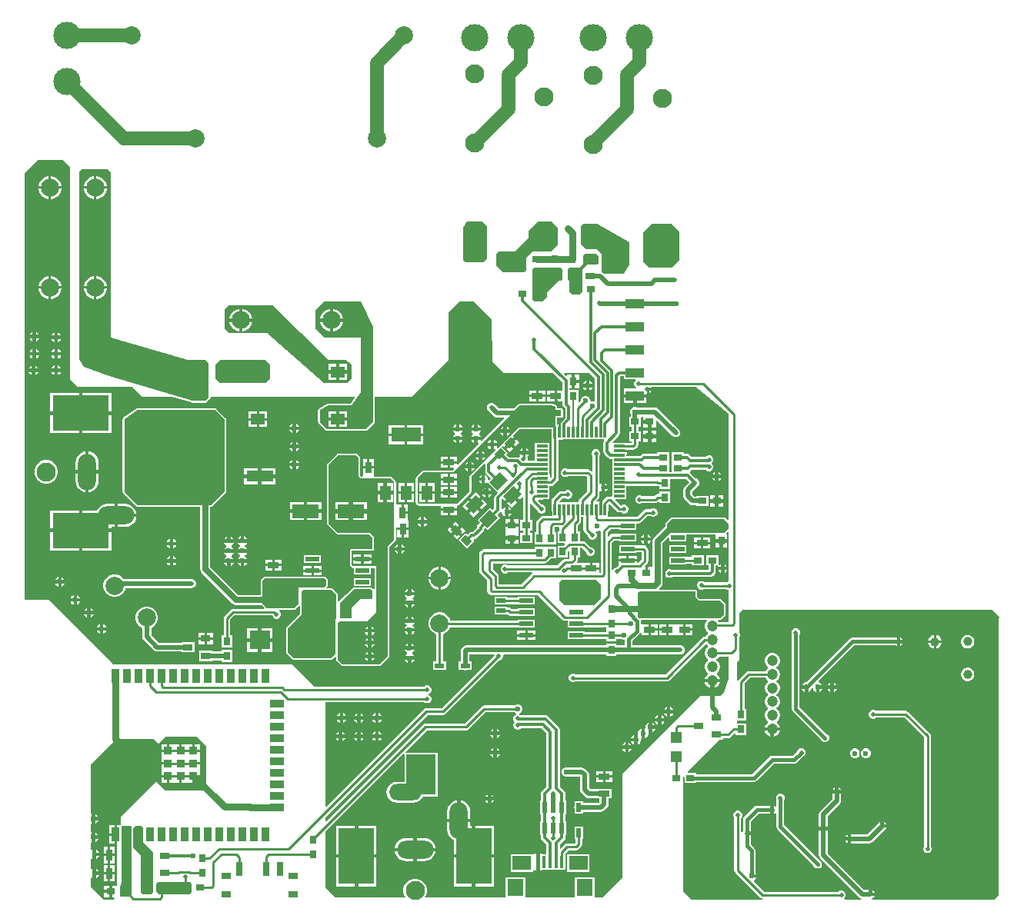
<source format=gtl>
G04*
G04 #@! TF.GenerationSoftware,Altium Limited,Altium Designer,23.3.1 (30)*
G04*
G04 Layer_Physical_Order=1*
G04 Layer_Color=255*
%FSLAX25Y25*%
%MOIN*%
G70*
G04*
G04 #@! TF.SameCoordinates,F1967EA3-8312-49A4-A2FB-0AE49F0FF499*
G04*
G04*
G04 #@! TF.FilePolarity,Positive*
G04*
G01*
G75*
%ADD67C,0.08268*%
%ADD74R,0.17323X0.12992*%
%ADD75R,0.24410X0.15354*%
%ADD76R,0.03100X0.03800*%
%ADD77R,0.04331X0.03150*%
%ADD78R,0.03800X0.03100*%
%ADD79R,0.03543X0.05906*%
%ADD80R,0.05906X0.03543*%
%ADD81R,0.03543X0.03543*%
%ADD82R,0.03543X0.03543*%
%ADD83R,0.05118X0.02756*%
%ADD84R,0.05906X0.01968*%
G04:AMPARAMS|DCode=85|XSize=62.99mil|YSize=49.21mil|CornerRadius=0mil|HoleSize=0mil|Usage=FLASHONLY|Rotation=225.000|XOffset=0mil|YOffset=0mil|HoleType=Round|Shape=Rectangle|*
%AMROTATEDRECTD85*
4,1,4,0.00487,0.03967,0.03967,0.00487,-0.00487,-0.03967,-0.03967,-0.00487,0.00487,0.03967,0.0*
%
%ADD85ROTATEDRECTD85*%

G04:AMPARAMS|DCode=86|XSize=31mil|YSize=38mil|CornerRadius=0mil|HoleSize=0mil|Usage=FLASHONLY|Rotation=45.000|XOffset=0mil|YOffset=0mil|HoleType=Round|Shape=Rectangle|*
%AMROTATEDRECTD86*
4,1,4,0.00248,-0.02439,-0.02439,0.00248,-0.00248,0.02439,0.02439,-0.00248,0.00248,-0.02439,0.0*
%
%ADD86ROTATEDRECTD86*%

%ADD87R,0.02362X0.04724*%
%ADD88R,0.01181X0.04724*%
%ADD89R,0.04724X0.01181*%
G04:AMPARAMS|DCode=90|XSize=31mil|YSize=38mil|CornerRadius=0mil|HoleSize=0mil|Usage=FLASHONLY|Rotation=315.000|XOffset=0mil|YOffset=0mil|HoleType=Round|Shape=Rectangle|*
%AMROTATEDRECTD90*
4,1,4,-0.02439,-0.00248,0.00248,0.02439,0.02439,0.00248,-0.00248,-0.02439,-0.02439,-0.00248,0.0*
%
%ADD90ROTATEDRECTD90*%

%ADD91R,0.07874X0.04331*%
%ADD92R,0.12992X0.17323*%
%ADD93R,0.15354X0.24410*%
%ADD94R,0.02165X0.04134*%
%ADD95R,0.02756X0.05118*%
%ADD96R,0.11417X0.04724*%
%ADD97R,0.04724X0.04724*%
%ADD98R,0.04134X0.02165*%
%ADD99R,0.07087X0.07480*%
%ADD100R,0.01575X0.05315*%
%ADD101R,0.08268X0.06299*%
%ADD102R,0.02756X0.05906*%
%ADD103R,0.03937X0.03150*%
%ADD104R,0.08858X0.08346*%
%ADD105R,0.06299X0.06299*%
%ADD106R,0.06102X0.04724*%
%ADD107R,0.04724X0.06299*%
%ADD108R,0.12992X0.06299*%
%ADD109R,0.11811X0.05906*%
%ADD110R,0.05118X0.13386*%
%ADD111R,0.03937X0.01968*%
%ADD112C,0.01200*%
%ADD113C,0.01100*%
%ADD114C,0.00800*%
%ADD115C,0.01500*%
%ADD116C,0.02000*%
%ADD117C,0.01473*%
%ADD118C,0.02500*%
%ADD119C,0.01000*%
%ADD120C,0.03000*%
%ADD121C,0.06000*%
%ADD122O,0.07874X0.15748*%
%ADD123O,0.15748X0.07874*%
%ADD124O,0.07087X0.14173*%
%ADD125C,0.07874*%
%ADD126O,0.14173X0.07087*%
%ADD127C,0.04724*%
%ADD128C,0.11811*%
%ADD129C,0.03937*%
%ADD130C,0.01968*%
%ADD131C,0.02362*%
G36*
X204331Y294291D02*
Y280118D01*
X202756Y278543D01*
X195401D01*
X194095Y279262D01*
X194095Y291142D01*
Y293622D01*
X195560Y296260D01*
X202362D01*
X204331Y294291D01*
D02*
G37*
G36*
X287795Y291732D02*
Y279528D01*
X284646Y276378D01*
X274803Y276378D01*
X272047Y279134D01*
Y281496D01*
Y291732D01*
X275590Y295276D01*
X284252D01*
X287795Y291732D01*
D02*
G37*
G36*
X234252Y294291D02*
X235039Y293504D01*
Y286221D01*
X232283Y283465D01*
X224410D01*
X221457Y280512D01*
Y275197D01*
X220472Y274213D01*
X211417D01*
X208465Y277165D01*
Y282283D01*
X209646Y283465D01*
X216535D01*
X220472Y287402D01*
X222441Y289370D01*
Y292323D01*
X226378Y296260D01*
X232283D01*
X234252Y294291D01*
D02*
G37*
G36*
X252169Y295276D02*
X266142Y287402D01*
Y277559D01*
X263779Y273622D01*
X255118D01*
X253937Y274803D01*
Y282283D01*
X251969Y284252D01*
X247244D01*
X244882Y286614D01*
Y294094D01*
X246063Y295276D01*
X252169Y295276D01*
D02*
G37*
G36*
X252756Y281102D02*
Y278346D01*
X251969Y277559D01*
X247638D01*
X245669Y275590D01*
Y265748D01*
X244488Y264567D01*
X241339D01*
X240158Y265748D01*
Y270472D01*
X239370Y271260D01*
Y275590D01*
X240158Y276378D01*
X244488D01*
X246063Y277953D01*
Y281496D01*
X246850Y282283D01*
X251575D01*
X252756Y281102D01*
D02*
G37*
G36*
X237008Y275394D02*
Y271850D01*
Y271457D01*
X236221Y270669D01*
X235236D01*
X230315Y265748D01*
Y263779D01*
X228346Y261811D01*
X225000D01*
X224016Y262795D01*
Y275590D01*
X224606Y276181D01*
X236221D01*
X237008Y275394D01*
D02*
G37*
G36*
X111460Y259842D02*
X135809Y236221D01*
X142913D01*
X145669Y234252D01*
Y228346D01*
X143701Y226378D01*
X133661D01*
X108976Y248031D01*
X92520D01*
X90551Y250000D01*
Y257874D01*
X92520Y259842D01*
X111460Y259842D01*
D02*
G37*
G36*
X110236Y234252D02*
Y228346D01*
X108268Y226378D01*
X88583D01*
X86614Y228346D01*
Y234252D01*
X88583Y236221D01*
X108268D01*
X110236Y234252D01*
D02*
G37*
G36*
X41339Y317717D02*
X41339Y246063D01*
X74803Y236221D01*
X82284D01*
X83858Y234646D01*
X83858Y220079D01*
X82284Y218504D01*
X77559Y218504D01*
X76591D01*
X40637Y229390D01*
X29772Y233390D01*
X27559Y236562D01*
X27559Y317717D01*
X28740Y318898D01*
X40157D01*
X41339Y317717D01*
D02*
G37*
G36*
X251089Y228344D02*
Y218587D01*
X250673Y218309D01*
X250551Y218360D01*
X249723D01*
X249544Y218286D01*
X249128Y218564D01*
Y218918D01*
X248812Y219683D01*
X248226Y220268D01*
X247461Y220585D01*
X246633D01*
X245868Y220268D01*
X245283Y219683D01*
X244966Y218918D01*
Y218514D01*
X244427Y217974D01*
X243982Y218237D01*
Y223309D01*
X240112D01*
Y224109D01*
X240982D01*
Y227009D01*
Y229909D01*
X239182D01*
Y229382D01*
X238720Y229190D01*
X237691Y230220D01*
X237882Y230682D01*
X248715Y230717D01*
X251089Y228344D01*
D02*
G37*
G36*
X21260Y322441D02*
X23622Y320079D01*
Y227953D01*
X26772Y224803D01*
X50787D01*
X55118Y220472D01*
X67627D01*
X76384Y217821D01*
X76489Y217811D01*
X76591Y217790D01*
X82284Y217790D01*
X82557Y217845D01*
X82788Y217999D01*
X84363Y219574D01*
X84518Y219806D01*
X84572Y220079D01*
Y220472D01*
X146906D01*
X147142Y220032D01*
X145287Y217249D01*
X135827D01*
X135802Y217244D01*
X135776Y217247D01*
X135666Y217217D01*
X135554Y217195D01*
X135532Y217181D01*
X135508Y217174D01*
X131571Y215205D01*
X131480Y215135D01*
X131385Y215072D01*
X131371Y215050D01*
X131351Y215035D01*
X131294Y214935D01*
X131230Y214840D01*
X131225Y214815D01*
X131213Y214793D01*
X131198Y214679D01*
X131176Y214567D01*
Y209449D01*
X131230Y209176D01*
X131385Y208944D01*
X134535Y205795D01*
X134766Y205640D01*
X135039Y205586D01*
X151772D01*
X152045Y205640D01*
X152276Y205795D01*
X155623Y209141D01*
X155778Y209372D01*
X155832Y209646D01*
Y220472D01*
X172047D01*
X187795Y236221D01*
Y257087D01*
X192520Y261811D01*
X198365D01*
X206333Y253943D01*
X206567Y235507D01*
X211558Y230595D01*
X232920Y230665D01*
X237053Y226532D01*
Y223087D01*
X234555D01*
Y220709D01*
Y218331D01*
X237053D01*
Y217022D01*
X237170Y216437D01*
X237501Y215940D01*
X238234Y215207D01*
Y211249D01*
X236714Y209729D01*
X236382Y209233D01*
X236266Y208647D01*
Y208283D01*
X234769D01*
X234769Y211150D01*
X237314D01*
Y215306D01*
X234769D01*
Y215970D01*
X234764Y215996D01*
X234767Y216021D01*
X234737Y216131D01*
X234715Y216243D01*
X234700Y216265D01*
X234694Y216289D01*
X234623Y216380D01*
X234560Y216475D01*
X234539Y216489D01*
X234523Y216510D01*
X234423Y216566D01*
X234328Y216630D01*
X234303Y216635D01*
X234281Y216647D01*
X232586Y217213D01*
X232472Y217227D01*
X232360Y217249D01*
X218504D01*
X218231Y217195D01*
X217999Y217040D01*
X216125Y215166D01*
X209621D01*
X207669Y217118D01*
X207443Y217269D01*
X207367Y217345D01*
X207266Y217387D01*
X207041Y217538D01*
X206774Y217591D01*
X206674Y217632D01*
X206565D01*
X206299Y217685D01*
X206033Y217632D01*
X205924D01*
X205824Y217591D01*
X205558Y217538D01*
X205332Y217387D01*
X205232Y217345D01*
X205155Y217269D01*
X204929Y217118D01*
X204779Y216892D01*
X204702Y216815D01*
X204660Y216715D01*
X204509Y216489D01*
X204456Y216223D01*
X204415Y216123D01*
Y216014D01*
X204362Y215748D01*
X204415Y215482D01*
Y215373D01*
X204456Y215273D01*
X204509Y215007D01*
X204660Y214781D01*
X204702Y214681D01*
X204779Y214604D01*
X204929Y214378D01*
X207449Y211859D01*
X208078Y211439D01*
X208819Y211291D01*
X211597D01*
X211788Y210829D01*
X201933Y200974D01*
X201509Y201257D01*
X201656Y201612D01*
X200356D01*
Y200312D01*
X200711Y200459D01*
X200994Y200035D01*
X191816Y190857D01*
X191354Y191049D01*
Y191429D01*
X188295D01*
Y189551D01*
X189857D01*
X190048Y189089D01*
X189271Y188312D01*
X176772Y188312D01*
X176498Y188258D01*
X176267Y188103D01*
X173708Y185544D01*
X173553Y185312D01*
X173499Y185039D01*
X173499Y174606D01*
X173553Y174333D01*
X173708Y174102D01*
X173708Y174102D01*
X174495Y173314D01*
X174727Y173160D01*
X175000Y173105D01*
X184236Y173105D01*
Y171957D01*
X187795D01*
X191354D01*
Y173105D01*
X191535D01*
X191809Y173160D01*
X192040Y173314D01*
X197355Y178629D01*
X197510Y178861D01*
X197564Y179134D01*
Y185717D01*
X203151Y191307D01*
X203612Y191061D01*
X203589Y190945D01*
Y188056D01*
X203705Y187471D01*
X204037Y186975D01*
X206055Y184957D01*
X205202Y184104D01*
X205016Y184163D01*
X204740Y184349D01*
Y185040D01*
X204438Y185770D01*
X203880Y186328D01*
X203506Y186483D01*
Y184646D01*
Y182809D01*
X203880Y182964D01*
X204008Y183091D01*
X204414Y183316D01*
X204677Y183053D01*
X208884Y178846D01*
X208741Y178405D01*
X207974Y177637D01*
X207642Y177141D01*
X207526Y176556D01*
Y171871D01*
X206836Y171182D01*
X205683Y172335D01*
X200239Y166891D01*
X201392Y165737D01*
X200493Y164839D01*
X200162Y164343D01*
X200045Y163757D01*
Y163626D01*
X198115Y161695D01*
X197691D01*
X197106Y161579D01*
X196610Y161247D01*
X196044Y160681D01*
X195287Y161438D01*
X192105Y158256D01*
X195782Y154579D01*
X198964Y157761D01*
X198589Y158136D01*
X198713Y158526D01*
X198788Y158644D01*
X199333Y158753D01*
X199830Y159084D01*
X202656Y161911D01*
X202988Y162407D01*
X203104Y162992D01*
Y163124D01*
X203555Y163575D01*
X204708Y162421D01*
X210153Y167865D01*
X208999Y169019D01*
X210137Y170156D01*
X210311Y170417D01*
X210811Y170266D01*
Y170039D01*
X211143Y169237D01*
X211757Y168623D01*
X212242Y168422D01*
Y170472D01*
Y172523D01*
X211757Y172321D01*
X211143Y171708D01*
X211085Y171566D01*
X210584Y171666D01*
Y175923D01*
X210984Y176322D01*
X212031Y175275D01*
X214966Y178209D01*
X215496Y177679D01*
X216026Y178209D01*
X218473Y175762D01*
X219567Y176855D01*
X220029Y176664D01*
Y166894D01*
X218856D01*
Y162394D01*
X220029D01*
Y161382D01*
X218857D01*
Y156883D01*
X224057D01*
Y161382D01*
X222884D01*
Y162394D01*
X224056D01*
Y166894D01*
X222884D01*
Y173929D01*
X223384Y174132D01*
X226068Y171447D01*
Y171279D01*
X226355Y170586D01*
X226885Y170056D01*
X227578Y169769D01*
X228328D01*
X229020Y170056D01*
X229550Y170586D01*
X229837Y171279D01*
Y172028D01*
X229550Y172721D01*
X229020Y173251D01*
X228328Y173538D01*
X228159D01*
X226374Y175323D01*
X226565Y175785D01*
X228259D01*
X228824Y175898D01*
X228937Y175973D01*
X231321D01*
Y177942D01*
Y181691D01*
X232121D01*
X232686Y181803D01*
X233166Y182124D01*
X234904Y183861D01*
X235224Y184341D01*
X235337Y184906D01*
Y201559D01*
X237417D01*
Y201859D01*
X254961D01*
X255140Y201359D01*
X254886Y200979D01*
X254770Y200394D01*
Y196542D01*
X254886Y195957D01*
X255218Y195460D01*
X256780Y193899D01*
X257276Y193567D01*
X257861Y193451D01*
X258661D01*
Y189752D01*
Y185816D01*
Y181878D01*
Y177330D01*
X258161Y177016D01*
X257792Y177089D01*
X256881D01*
X256315Y176977D01*
X255836Y176656D01*
X254466Y175287D01*
X254153Y174819D01*
X254043D01*
Y174293D01*
X254033Y174242D01*
X254033Y174242D01*
Y171457D01*
X253053D01*
X253043Y171508D01*
Y174819D01*
X251953D01*
Y174819D01*
X251907Y174822D01*
X251714Y175336D01*
X252620Y176242D01*
X252941Y176722D01*
X253053Y177287D01*
Y179314D01*
X253515Y179506D01*
X253600Y179420D01*
X253974Y179265D01*
Y181102D01*
Y182939D01*
X253600Y182784D01*
X253515Y182699D01*
X253053Y182891D01*
Y194483D01*
X253172Y194602D01*
X253459Y195294D01*
Y196044D01*
X253172Y196737D01*
X252642Y197267D01*
X251950Y197554D01*
X251200D01*
X250507Y197267D01*
X249977Y196737D01*
X249691Y196044D01*
Y195294D01*
X249977Y194602D01*
X250096Y194483D01*
Y188081D01*
X249635Y187889D01*
X249077Y188447D01*
X248597Y188767D01*
X248031Y188880D01*
X239375D01*
X239256Y188999D01*
X238564Y189286D01*
X237814D01*
X237122Y188999D01*
X236592Y188469D01*
X236305Y187776D01*
Y187027D01*
X236592Y186334D01*
X237122Y185804D01*
X237814Y185517D01*
X238564D01*
X239256Y185804D01*
X239375Y185923D01*
X247419D01*
X247734Y185608D01*
Y179475D01*
X244624Y176364D01*
X244303Y175885D01*
X244191Y175319D01*
Y174519D01*
X235856D01*
X235649Y175019D01*
X237105Y176474D01*
X238184D01*
X238303Y176355D01*
X238995Y176068D01*
X239745D01*
X240437Y176355D01*
X240967Y176885D01*
X241254Y177578D01*
Y178328D01*
X240967Y179020D01*
X240437Y179550D01*
X239745Y179837D01*
X238995D01*
X238303Y179550D01*
X238184Y179431D01*
X236492D01*
X235926Y179319D01*
X235447Y178998D01*
X232813Y176364D01*
X232492Y175885D01*
X232380Y175319D01*
Y171457D01*
X232492Y170891D01*
X232568Y170778D01*
Y168801D01*
X228740D01*
X228174Y168689D01*
X227695Y168368D01*
X226120Y166793D01*
X225799Y166314D01*
X225687Y165748D01*
Y161655D01*
X224915D01*
Y156455D01*
X229415D01*
Y156455D01*
X229837D01*
Y156455D01*
X234337D01*
Y161655D01*
X233565D01*
Y163758D01*
X233683Y163876D01*
X235416D01*
X235465Y163848D01*
X235788Y163376D01*
X235726Y163067D01*
Y162049D01*
X234955D01*
Y156849D01*
X237811D01*
X238002Y156387D01*
X237364Y155749D01*
X234955D01*
Y150549D01*
X239455D01*
Y153338D01*
X239573Y153418D01*
X240073Y153154D01*
Y150549D01*
X240073D01*
X240073Y150049D01*
X240022Y149972D01*
X238258D01*
X237692Y149860D01*
X237212Y149539D01*
X234821Y147148D01*
X213391D01*
X213272Y147267D01*
X212579Y147554D01*
X211830D01*
X211137Y147267D01*
X210607Y146737D01*
X210320Y146044D01*
Y145294D01*
X210607Y144602D01*
X211137Y144072D01*
X211830Y143785D01*
X212579D01*
X213272Y144072D01*
X213391Y144191D01*
X223794D01*
X223946Y143691D01*
X223758Y143565D01*
X219298Y139105D01*
X209352D01*
Y142520D01*
X209240Y143085D01*
X208919Y143565D01*
X206990Y145494D01*
Y148127D01*
X229233D01*
X229799Y148239D01*
X230278Y148560D01*
X230360Y148641D01*
X230521Y148749D01*
X231927Y150155D01*
X234337D01*
Y155355D01*
X229915D01*
X229837Y155355D01*
Y155355D01*
X229415D01*
Y155355D01*
X224915D01*
Y154234D01*
X203007D01*
X202441Y154121D01*
X201961Y153800D01*
X201317Y153156D01*
X200996Y152676D01*
X200884Y152111D01*
Y144882D01*
X200996Y144316D01*
X201317Y143836D01*
X204427Y140726D01*
Y136471D01*
X204540Y135905D01*
X204860Y135426D01*
X205504Y134781D01*
X205984Y134461D01*
X206550Y134348D01*
X226354D01*
X237073Y123630D01*
X237552Y123309D01*
X238118Y123197D01*
X239458D01*
Y120225D01*
X246763D01*
Y120431D01*
X255080D01*
X255518Y120518D01*
X256018Y120236D01*
Y118408D01*
X255218D01*
X255117Y118388D01*
X246763D01*
Y118594D01*
X239458D01*
Y115225D01*
X246763D01*
Y115431D01*
X255198D01*
X255299Y115451D01*
X256018D01*
Y114330D01*
X260518D01*
Y115451D01*
X262314D01*
X262600Y115165D01*
X263365Y114848D01*
X264065D01*
Y112567D01*
X260518D01*
Y113230D01*
X256018D01*
Y112567D01*
X195526D01*
X194785Y112419D01*
X194156Y111999D01*
X193512Y111355D01*
X193092Y110726D01*
X192945Y109985D01*
Y105523D01*
X192115D01*
Y101957D01*
X194130D01*
X194141Y101950D01*
X194882Y101803D01*
X195623Y101950D01*
X195634Y101957D01*
X197649D01*
Y105523D01*
X196819D01*
Y108692D01*
X207298D01*
X207576Y108277D01*
X207565Y108249D01*
Y108080D01*
X184821Y85337D01*
X177953D01*
X177387Y85224D01*
X176907Y84904D01*
X134714Y42710D01*
X134252Y42902D01*
Y87892D01*
X177160D01*
X177279Y87773D01*
X177972Y87486D01*
X178721D01*
X179414Y87773D01*
X179944Y88303D01*
X180231Y88995D01*
Y89745D01*
X179944Y90437D01*
X179414Y90968D01*
X179171Y91068D01*
Y91609D01*
X179414Y91710D01*
X179944Y92240D01*
X180231Y92932D01*
Y93682D01*
X179944Y94374D01*
X179414Y94905D01*
X178721Y95191D01*
X177972D01*
X177279Y94905D01*
X177160Y94785D01*
X129624D01*
X120079Y104331D01*
X42520D01*
X14567Y132283D01*
X3937D01*
Y316929D01*
X9843Y322835D01*
X20854D01*
X21260Y322441D01*
D02*
G37*
G36*
X155118Y250787D02*
Y209646D01*
X151772Y206299D01*
X135039D01*
X131890Y209449D01*
Y214567D01*
X135827Y216535D01*
X145669D01*
X149606Y222441D01*
Y246063D01*
X133858D01*
X129921Y250000D01*
Y257874D01*
X133858Y261811D01*
X149606D01*
X155118Y250787D01*
D02*
G37*
G36*
X263866Y227843D02*
X268566D01*
X268773Y227343D01*
X268481Y227052D01*
X268195Y226359D01*
Y225609D01*
X268481Y224917D01*
X269011Y224387D01*
X269042Y224374D01*
X268943Y223874D01*
X263566D01*
Y221459D01*
X268503D01*
X273440D01*
Y221638D01*
X274017D01*
X274746Y221940D01*
X275304Y222498D01*
X275459Y222872D01*
X273622D01*
Y224372D01*
X275764D01*
X275854Y224506D01*
X294829D01*
X309055Y212831D01*
Y167017D01*
X308593Y166826D01*
X307591Y167827D01*
X307360Y167982D01*
X307087Y168036D01*
X284449D01*
X284176Y167982D01*
X283944Y167827D01*
X281976Y165859D01*
X281821Y165628D01*
X281767Y165354D01*
Y164277D01*
X276796Y159307D01*
X276321Y158596D01*
X276154Y157757D01*
Y147134D01*
X276129Y146644D01*
X273011D01*
X272819Y147106D01*
X273880Y148167D01*
X274201Y148647D01*
X274313Y149213D01*
Y153805D01*
X274201Y154371D01*
X273880Y154850D01*
X273236Y155495D01*
X272756Y155815D01*
X272190Y155928D01*
X269007D01*
Y156133D01*
X261701D01*
Y152765D01*
X269007D01*
Y152971D01*
X271356D01*
Y149825D01*
X269943Y148412D01*
X269307D01*
Y148949D01*
X261401D01*
Y147465D01*
X261401Y147465D01*
X261401D01*
X261136Y147085D01*
X260423Y146372D01*
X260255D01*
X259563Y146086D01*
X259033Y145555D01*
X258896Y145227D01*
X258397Y145327D01*
Y156868D01*
X259499Y157971D01*
X261701D01*
Y157765D01*
X269007D01*
Y161133D01*
X261701D01*
Y160928D01*
X258887D01*
X258321Y160815D01*
X257842Y160495D01*
X257059Y159711D01*
X256596Y159903D01*
Y161592D01*
X257975Y162971D01*
X261701D01*
Y162765D01*
X269007D01*
Y165451D01*
X270079D01*
X270644Y165563D01*
X271124Y165884D01*
X273841Y168600D01*
X275192D01*
X275311Y168481D01*
X276003Y168194D01*
X276753D01*
X277445Y168481D01*
X277975Y169011D01*
X278262Y169704D01*
Y170454D01*
X277975Y171146D01*
X277445Y171676D01*
X276753Y171963D01*
X276003D01*
X275311Y171676D01*
X275192Y171557D01*
X273228D01*
X272663Y171445D01*
X272183Y171124D01*
X269466Y168407D01*
X256802D01*
Y170778D01*
X256878Y170891D01*
X256990Y171457D01*
Y173615D01*
X257354Y173959D01*
X260704Y170608D01*
X261184Y170288D01*
X261750Y170175D01*
X262593D01*
X262712Y170056D01*
X263405Y169769D01*
X264154D01*
X264847Y170056D01*
X265377Y170586D01*
X265664Y171279D01*
Y172028D01*
X265377Y172721D01*
X264847Y173251D01*
X264154Y173538D01*
X263405D01*
X262712Y173251D01*
X262593Y173132D01*
X262362D01*
X259983Y175511D01*
X260174Y175973D01*
X264785D01*
Y177942D01*
Y181742D01*
X277758D01*
X278249Y181644D01*
X278249Y181644D01*
X279049D01*
Y180471D01*
X283549D01*
Y184742D01*
X290654D01*
X292037Y183359D01*
X289969Y181291D01*
X289549Y180663D01*
X289401Y179921D01*
Y177165D01*
X289549Y176424D01*
X289969Y175795D01*
X291937Y173827D01*
X292566Y173407D01*
X293307Y173260D01*
X295037D01*
Y172947D01*
X300237D01*
Y177447D01*
X295037D01*
Y177134D01*
X294110D01*
X293276Y177968D01*
Y179119D01*
X295858Y181701D01*
X296009Y181927D01*
X296086Y182003D01*
X296127Y182104D01*
X296278Y182329D01*
X296331Y182596D01*
X296372Y182696D01*
Y182805D01*
X296425Y183071D01*
X296372Y183337D01*
Y183446D01*
X296331Y183546D01*
X296278Y183812D01*
X296127Y184038D01*
X296086Y184138D01*
X296009Y184215D01*
X295858Y184441D01*
X295632Y184591D01*
X295555Y184668D01*
X295455Y184710D01*
X295230Y184861D01*
X294963Y184914D01*
X294863Y184955D01*
X294767D01*
X292385Y187337D01*
X292319Y187420D01*
X292359Y187921D01*
X292467Y187994D01*
X293014Y188540D01*
X299346D01*
X299523Y188363D01*
X300216Y188076D01*
X300965D01*
X301658Y188363D01*
X302188Y188893D01*
X302475Y189586D01*
Y190335D01*
X302188Y191028D01*
X301771Y191445D01*
X302188Y191862D01*
X302475Y192554D01*
Y193304D01*
X302188Y193997D01*
X301658Y194527D01*
X300965Y194813D01*
X300216D01*
X299523Y194527D01*
X299346Y194350D01*
X293014D01*
X292089Y195274D01*
X291548Y195636D01*
X290910Y195763D01*
X289608D01*
Y196344D01*
X284407D01*
Y191844D01*
X284407D01*
X284408Y191423D01*
X284408D01*
Y187801D01*
X283308D01*
Y191423D01*
X283308D01*
X283308Y191844D01*
X283308D01*
Y196344D01*
X278108D01*
Y195624D01*
X272463D01*
X271878Y195508D01*
X271381Y195176D01*
X270746Y194541D01*
X264785D01*
Y195358D01*
X265085D01*
Y197439D01*
X267859D01*
X268425Y197551D01*
X268905Y197872D01*
X269549Y198516D01*
X269869Y198996D01*
X269982Y199561D01*
Y200900D01*
X271104D01*
Y205400D01*
X269982D01*
Y206497D01*
X269982Y206499D01*
Y207297D01*
X271103D01*
Y211441D01*
X271603Y211690D01*
X271903Y211487D01*
Y210297D01*
X274803D01*
Y209547D01*
X275553D01*
Y206997D01*
X277703D01*
Y209849D01*
X278165Y210040D01*
X284851Y203355D01*
X285076Y203204D01*
X285153Y203127D01*
X285253Y203085D01*
X285479Y202935D01*
X285745Y202882D01*
X285846Y202840D01*
X285954D01*
X286221Y202787D01*
X286487Y202840D01*
X286595D01*
X286696Y202882D01*
X286962Y202935D01*
X287188Y203085D01*
X287288Y203127D01*
X287365Y203204D01*
X287590Y203355D01*
X287741Y203580D01*
X287818Y203657D01*
X287859Y203757D01*
X288010Y203983D01*
X288063Y204249D01*
X288105Y204350D01*
Y204458D01*
X288158Y204724D01*
X288105Y204991D01*
Y205099D01*
X288063Y205200D01*
X288010Y205466D01*
X287859Y205692D01*
X287818Y205792D01*
X287741Y205869D01*
X287590Y206094D01*
X278536Y215149D01*
X277907Y215568D01*
X277166Y215716D01*
X269265D01*
X268917Y215860D01*
X268089D01*
X267324Y215543D01*
X266739Y214958D01*
X266422Y214193D01*
Y213365D01*
X266566Y213018D01*
Y211797D01*
X265903D01*
Y207297D01*
X267025D01*
Y206497D01*
X267025Y206495D01*
Y205400D01*
X265903D01*
Y200900D01*
X267025D01*
Y200395D01*
X261723D01*
X261157Y200283D01*
X261045Y200208D01*
X258983D01*
X258776Y200708D01*
X261506Y203437D01*
X261837Y203934D01*
X261954Y204519D01*
Y228894D01*
X262239Y229179D01*
X263866D01*
Y227843D01*
D02*
G37*
G36*
X234055Y215970D02*
X234055Y202519D01*
X233702Y202165D01*
X233071Y202165D01*
Y207087D01*
X217913D01*
X208929Y198097D01*
X208542Y198371D01*
X208743Y198856D01*
X207443D01*
Y197556D01*
X207928Y197757D01*
X208203Y197371D01*
X196850Y186013D01*
Y179134D01*
X191535Y173819D01*
X175000Y173819D01*
X174213Y174606D01*
X174213Y185039D01*
X176772Y187598D01*
X189567Y187598D01*
X214567Y212598D01*
X218504Y216535D01*
X232360D01*
X234055Y215970D01*
D02*
G37*
G36*
X232357Y202165D02*
X232380Y202051D01*
Y185578D01*
X232094Y185348D01*
X231621Y185556D01*
Y186728D01*
X231321D01*
Y191721D01*
Y195658D01*
Y200208D01*
X225196D01*
Y197626D01*
Y192572D01*
X222290D01*
X222063Y192912D01*
Y193702D01*
X221809Y194315D01*
X222322Y194827D01*
X222523Y195313D01*
X218422D01*
X218623Y194827D01*
X218708Y194743D01*
X218397Y194431D01*
X218181Y193910D01*
X217673Y194011D01*
X213933D01*
X212650Y195295D01*
X213407Y196052D01*
X210741Y198718D01*
X210992Y199059D01*
X211506Y199084D01*
X211851Y198739D01*
X213902Y200789D01*
X215952Y202840D01*
X215315Y203477D01*
X218209Y206373D01*
X232357D01*
Y202165D01*
D02*
G37*
G36*
X309055Y165354D02*
X309055D01*
Y163386D01*
X307087Y161417D01*
X284449D01*
X282480Y163386D01*
Y165354D01*
X284449Y167323D01*
X307087D01*
X309055Y165354D01*
D02*
G37*
G36*
X309055Y161723D02*
Y140255D01*
X308892D01*
X308200Y139968D01*
X308187Y139955D01*
X298536D01*
X298311Y140180D01*
X297619Y140467D01*
X296869D01*
X296177Y140180D01*
X295647Y139650D01*
X295360Y138958D01*
Y138208D01*
X295647Y137515D01*
X296177Y136985D01*
X296869Y136698D01*
X297619D01*
X298311Y136985D01*
X298324Y136998D01*
X307975D01*
X308200Y136773D01*
X308892Y136486D01*
X309055D01*
Y122738D01*
X304734D01*
X304579Y123007D01*
X304391Y123196D01*
X304598Y123696D01*
X305512D01*
X305785Y123750D01*
X306016Y123905D01*
X307591Y125480D01*
X307746Y125711D01*
X307800Y125984D01*
Y130107D01*
X307773Y130241D01*
X307748Y130376D01*
X307746Y130378D01*
X307746Y130380D01*
X307670Y130494D01*
X307594Y130608D01*
X305811Y132412D01*
X305698Y132489D01*
X305584Y132566D01*
X305582Y132567D01*
X305581Y132568D01*
X305446Y132596D01*
X305312Y132624D01*
X296426Y132726D01*
X295355Y133809D01*
Y136024D01*
X295300Y136297D01*
X295146Y136528D01*
X294914Y136683D01*
X294641Y136737D01*
X279184D01*
X278992Y137199D01*
X279896Y138103D01*
X280372Y138815D01*
X280539Y139653D01*
Y156849D01*
X282893Y159203D01*
X283355Y159011D01*
Y157765D01*
X290660D01*
Y160704D01*
X303356D01*
Y158624D01*
X305906D01*
X308455D01*
Y160774D01*
X308159D01*
X307952Y161274D01*
X308593Y161915D01*
X309055Y161723D01*
D02*
G37*
G36*
X246159Y163386D02*
X246159Y163386D01*
Y162598D01*
X246272Y162033D01*
X246592Y161553D01*
X248116Y160030D01*
Y159861D01*
X248403Y159169D01*
X248933Y158639D01*
X249625Y158352D01*
X250375D01*
X251067Y158639D01*
X251597Y159169D01*
X251884Y159861D01*
Y160611D01*
X251597Y161304D01*
X251371Y161530D01*
X251456Y161770D01*
X251616Y161992D01*
X252402D01*
X253149Y162302D01*
X253271Y162278D01*
X253302Y162263D01*
X253640Y162053D01*
Y144070D01*
X252969D01*
Y145366D01*
X249410D01*
Y145866D01*
X248909D01*
Y148244D01*
X246669D01*
Y148244D01*
X243559D01*
X243452Y148500D01*
X243395Y148744D01*
X243689Y149183D01*
X243801Y149749D01*
Y150549D01*
X244573D01*
Y154820D01*
X245451D01*
X247328Y152943D01*
Y152775D01*
X247615Y152082D01*
X248145Y151552D01*
X248838Y151265D01*
X249587D01*
X250280Y151552D01*
X250810Y152082D01*
X251097Y152775D01*
Y153524D01*
X250810Y154217D01*
X250280Y154747D01*
X249587Y155034D01*
X249419D01*
X247109Y157344D01*
X246629Y157665D01*
X246063Y157777D01*
X244573D01*
Y162049D01*
X243801D01*
Y164545D01*
X244746Y165490D01*
X245067Y165970D01*
X245179Y166535D01*
Y168394D01*
X246159D01*
Y163386D01*
D02*
G37*
G36*
X253740Y138976D02*
Y132874D01*
X250787Y129921D01*
X237992D01*
X235827Y132087D01*
X235827Y139961D01*
X237008Y141142D01*
X251575D01*
X253740Y138976D01*
D02*
G37*
G36*
X294641Y133516D02*
X296124Y132015D01*
X305304Y131910D01*
X307087Y130107D01*
Y125984D01*
X305512Y124409D01*
X270276D01*
X269685Y125000D01*
Y135236D01*
X270472Y136024D01*
X294641D01*
Y133516D01*
D02*
G37*
G36*
X299547Y123196D02*
X299359Y123007D01*
X298929Y122263D01*
X298707Y121433D01*
Y120574D01*
X298929Y119745D01*
X299359Y119001D01*
X299966Y118394D01*
X300126Y118301D01*
Y117801D01*
X299966Y117709D01*
X299359Y117102D01*
X298929Y116358D01*
X298926Y116346D01*
X298726D01*
X298160Y116233D01*
X297680Y115913D01*
X281671Y99904D01*
X242919D01*
X242800Y100023D01*
X242107Y100310D01*
X241357D01*
X240665Y100023D01*
X240135Y99493D01*
X239848Y98800D01*
Y98050D01*
X240135Y97358D01*
X240665Y96828D01*
X241357Y96541D01*
X242107D01*
X242800Y96828D01*
X242919Y96947D01*
X282283D01*
X282849Y97059D01*
X283329Y97380D01*
X299081Y113132D01*
X299359Y113095D01*
X299966Y112488D01*
X300126Y112396D01*
Y111896D01*
X299966Y111803D01*
X299359Y111196D01*
X298929Y110452D01*
X298707Y109622D01*
Y108763D01*
X298929Y107934D01*
X299359Y107190D01*
X299966Y106582D01*
X300126Y106490D01*
Y105990D01*
X299966Y105898D01*
X299359Y105290D01*
X298929Y104547D01*
X298707Y103717D01*
Y102858D01*
X298929Y102028D01*
X299359Y101284D01*
X299966Y100677D01*
X300026Y100642D01*
Y100142D01*
X299904Y100072D01*
X299278Y99446D01*
X298836Y98680D01*
X298689Y98132D01*
X301969D01*
X305249D01*
X305102Y98680D01*
X304659Y99446D01*
X304033Y100072D01*
X303912Y100142D01*
Y100642D01*
X303972Y100677D01*
X304579Y101284D01*
X305009Y102028D01*
X305231Y102858D01*
Y103717D01*
X305009Y104547D01*
X304579Y105290D01*
X303972Y105898D01*
X303812Y105990D01*
Y106490D01*
X303972Y106582D01*
X304579Y107190D01*
X304882Y107714D01*
X309055D01*
Y103937D01*
Y98425D01*
X307110Y91942D01*
X305241Y90551D01*
X296850D01*
X262992Y56693D01*
Y11811D01*
X254331Y3150D01*
X250897D01*
Y11920D01*
X242410D01*
Y3150D01*
X220976D01*
Y11920D01*
X212489D01*
Y3150D01*
X177800D01*
X177511Y3650D01*
X177919Y4356D01*
X178262Y5636D01*
Y6962D01*
X177919Y8242D01*
X177256Y9390D01*
X176319Y10327D01*
X175171Y10990D01*
X173891Y11333D01*
X172566D01*
X171285Y10990D01*
X170138Y10327D01*
X169200Y9390D01*
X168537Y8242D01*
X168194Y6962D01*
Y5636D01*
X168537Y4356D01*
X168946Y3650D01*
X168657Y3150D01*
X138583D01*
X134252Y7480D01*
Y31724D01*
X168091Y65564D01*
X168591Y65356D01*
Y53300D01*
X165354D01*
X164194Y53148D01*
X163113Y52700D01*
X162185Y51988D01*
X161473Y51060D01*
X161025Y49979D01*
X160873Y48819D01*
X161025Y47659D01*
X161473Y46578D01*
X162185Y45650D01*
X163113Y44938D01*
X164194Y44490D01*
X165354Y44337D01*
X172441D01*
X173601Y44490D01*
X174682Y44938D01*
X175610Y45650D01*
X176322Y46578D01*
X176553Y47135D01*
X182984D01*
Y65857D01*
X169092D01*
X168885Y66357D01*
X178215Y75687D01*
X195276D01*
X195841Y75800D01*
X196321Y76120D01*
X203762Y83561D01*
X216252D01*
X216538Y83275D01*
X216915Y83119D01*
Y82578D01*
X216649Y82468D01*
X216119Y81938D01*
X215832Y81245D01*
Y80496D01*
X216119Y79803D01*
X216536Y79386D01*
X216119Y78969D01*
X215832Y78277D01*
Y77527D01*
X216119Y76834D01*
X216649Y76304D01*
X217342Y76017D01*
X218091D01*
X218784Y76304D01*
X218961Y76481D01*
X227994D01*
X230166Y74309D01*
Y51423D01*
X228151Y49408D01*
X227789Y48867D01*
X227662Y48228D01*
Y45385D01*
X227450D01*
Y39261D01*
X227662D01*
Y36330D01*
X227450D01*
Y30206D01*
X227662D01*
Y29254D01*
X227789Y28615D01*
X228151Y28074D01*
X230068Y26157D01*
Y22058D01*
X228362D01*
Y22358D01*
X227325D01*
Y18701D01*
Y15043D01*
X228362D01*
Y15343D01*
X238298D01*
Y22058D01*
X238513Y22469D01*
X239762Y23718D01*
X243110D01*
X243676Y23831D01*
X244156Y24151D01*
X245140Y25136D01*
X245460Y25615D01*
X245573Y26181D01*
Y28532D01*
X245877D01*
Y34066D01*
X242312D01*
Y28532D01*
X242616D01*
Y26794D01*
X242498Y26675D01*
X239150D01*
X238584Y26563D01*
X238104Y26242D01*
X236339Y24477D01*
X235877Y24669D01*
Y26157D01*
X237946Y28226D01*
X238307Y28767D01*
X238434Y29406D01*
Y30206D01*
X238692D01*
Y36330D01*
X238479D01*
Y39261D01*
X238692D01*
Y45385D01*
X238479D01*
Y48228D01*
X238352Y48867D01*
X237991Y49408D01*
X235976Y51423D01*
Y76024D01*
X235849Y76663D01*
X235487Y77204D01*
X230889Y81802D01*
X230348Y82164D01*
X229709Y82291D01*
X218961D01*
X218784Y82468D01*
X218518Y82578D01*
Y83119D01*
X218895Y83275D01*
X219481Y83860D01*
X219798Y84625D01*
Y85453D01*
X219481Y86218D01*
X218895Y86804D01*
X218130Y87120D01*
X217303D01*
X216538Y86804D01*
X216252Y86518D01*
X203150D01*
X202584Y86405D01*
X202104Y86085D01*
X194663Y78644D01*
X177602D01*
X177037Y78531D01*
X176557Y78211D01*
X134714Y36368D01*
X134252Y36559D01*
Y38067D01*
X178565Y82380D01*
X185433D01*
X185999Y82492D01*
X186478Y82813D01*
X209655Y105990D01*
X209824D01*
X210516Y106277D01*
X211046Y106807D01*
X211333Y107499D01*
Y108249D01*
X211322Y108277D01*
X211599Y108692D01*
X256018D01*
Y108029D01*
X260518D01*
Y108692D01*
X265748D01*
X265749Y108693D01*
X288189D01*
X288456Y108746D01*
X288564D01*
X288663Y108787D01*
X288930Y108840D01*
X289156Y108991D01*
X289256Y109032D01*
X289333Y109109D01*
X289559Y109260D01*
X289559Y109260D01*
X289710Y109486D01*
X289786Y109563D01*
X289828Y109663D01*
X289979Y109889D01*
X290032Y110155D01*
X290073Y110255D01*
Y110364D01*
X290126Y110630D01*
X290073Y110896D01*
Y111005D01*
X290032Y111105D01*
X289979Y111371D01*
X289828Y111597D01*
X289786Y111697D01*
X289710Y111774D01*
X289559Y112000D01*
X289333Y112151D01*
X289256Y112227D01*
X289156Y112269D01*
X288930Y112420D01*
X288664Y112473D01*
X288564Y112514D01*
X288455D01*
X288189Y112567D01*
X288188Y112567D01*
X267430D01*
Y114480D01*
X270553Y117603D01*
X270744Y117889D01*
X271244Y117738D01*
Y117051D01*
X274303D01*
Y119429D01*
Y121807D01*
X271546D01*
X271244Y121807D01*
X271046Y122225D01*
Y123137D01*
X271011Y123309D01*
X271329Y123696D01*
X299340D01*
X299547Y123196D01*
D02*
G37*
G36*
X423228Y127953D02*
X426378Y124803D01*
X425984Y124409D01*
Y4331D01*
X424016Y2362D01*
X371261D01*
X371162Y2862D01*
X371596Y3042D01*
X372155Y3600D01*
X372309Y3974D01*
X370472D01*
Y4724D01*
X369722D01*
Y6662D01*
X367732D01*
X351937Y22456D01*
Y32321D01*
X348063D01*
Y21654D01*
X348210Y20912D01*
X348630Y20284D01*
X365559Y3355D01*
X366188Y2935D01*
X366552Y2862D01*
X366503Y2362D01*
X359253D01*
X359070Y2862D01*
X359471Y3263D01*
X359758Y3956D01*
Y4705D01*
X359471Y5398D01*
X358941Y5928D01*
X358249Y6215D01*
X357499D01*
X356807Y5928D01*
X356688Y5809D01*
X324340D01*
X319933Y10216D01*
X320030Y10707D01*
X320133Y10749D01*
X320747Y11363D01*
X320948Y11848D01*
X318898D01*
Y13348D01*
X320948D01*
X320747Y13834D01*
X320580Y14001D01*
Y23622D01*
X320452Y24266D01*
X320087Y24812D01*
X320087Y24812D01*
X318612Y26287D01*
Y29979D01*
X318766Y30352D01*
X316929D01*
Y31852D01*
X318766D01*
X318612Y32226D01*
Y36311D01*
X321957Y39656D01*
X326829D01*
X327203Y39502D01*
Y41339D01*
Y43176D01*
X326829Y43021D01*
X321260D01*
X321260Y43021D01*
X320616Y42893D01*
X320070Y42528D01*
X315739Y38197D01*
X315375Y37652D01*
X315247Y37008D01*
Y32226D01*
X314945Y31497D01*
X314471Y31559D01*
Y37790D01*
X314590Y37909D01*
X314876Y38602D01*
Y39351D01*
X314590Y40044D01*
X314059Y40574D01*
X313367Y40861D01*
X312617D01*
X311925Y40574D01*
X311395Y40044D01*
X311108Y39351D01*
Y38602D01*
X311395Y37909D01*
X311514Y37790D01*
Y15066D01*
X311626Y14500D01*
X311947Y14020D01*
X322682Y3285D01*
X323162Y2965D01*
X323677Y2862D01*
X323628Y2362D01*
X292913D01*
X289370Y5906D01*
Y55489D01*
X289421Y55523D01*
X289920Y55256D01*
Y52868D01*
X295121D01*
Y53436D01*
X320079D01*
X320723Y53564D01*
X321268Y53929D01*
X328650Y61310D01*
X337402D01*
X338045Y61438D01*
X338591Y61803D01*
X341131Y64342D01*
X341618Y64544D01*
X342149Y65074D01*
X342435Y65767D01*
Y66517D01*
X342149Y67209D01*
X341618Y67739D01*
X340926Y68026D01*
X340176D01*
X339484Y67739D01*
X338954Y67209D01*
X338752Y66722D01*
X336705Y64675D01*
X327953D01*
X327953Y64675D01*
X327309Y64546D01*
X326763Y64182D01*
X326763Y64182D01*
X319382Y56800D01*
X295121D01*
Y57368D01*
X291486D01*
X291295Y57830D01*
X305009Y71544D01*
X306606D01*
Y72341D01*
X308858D01*
X309424Y72453D01*
X309904Y72773D01*
X311665Y74534D01*
X312165Y74327D01*
Y73581D01*
X316665D01*
Y78781D01*
X312598D01*
Y79881D01*
X316665D01*
Y85081D01*
X315893D01*
Y96086D01*
X318329Y98522D01*
X325039D01*
X325342Y97997D01*
X325950Y97390D01*
X326110Y97297D01*
Y96797D01*
X325950Y96705D01*
X325342Y96097D01*
X324913Y95354D01*
X324691Y94524D01*
Y93665D01*
X324913Y92835D01*
X325342Y92092D01*
X325950Y91484D01*
X326110Y91392D01*
Y90892D01*
X325950Y90799D01*
X325342Y90192D01*
X324913Y89448D01*
X324691Y88618D01*
Y87760D01*
X324913Y86930D01*
X325342Y86186D01*
X325950Y85579D01*
X326110Y85486D01*
Y84986D01*
X325950Y84894D01*
X325342Y84286D01*
X324913Y83543D01*
X324691Y82713D01*
Y81854D01*
X324913Y81024D01*
X325342Y80280D01*
X325950Y79673D01*
X326010Y79638D01*
Y79138D01*
X325888Y79068D01*
X325262Y78442D01*
X324820Y77676D01*
X324673Y77128D01*
X327953D01*
X331233D01*
X331086Y77676D01*
X330643Y78442D01*
X330017Y79068D01*
X329896Y79138D01*
Y79638D01*
X329956Y79673D01*
X330563Y80280D01*
X330993Y81024D01*
X331215Y81854D01*
Y82713D01*
X330993Y83543D01*
X330563Y84286D01*
X329956Y84894D01*
X329796Y84986D01*
Y85486D01*
X329956Y85579D01*
X330563Y86186D01*
X330993Y86930D01*
X331215Y87760D01*
Y88618D01*
X330993Y89448D01*
X330563Y90192D01*
X329956Y90799D01*
X329796Y90892D01*
Y91392D01*
X329956Y91484D01*
X330563Y92092D01*
X330993Y92835D01*
X331215Y93665D01*
Y94524D01*
X330993Y95354D01*
X330563Y96097D01*
X329956Y96705D01*
X329796Y96797D01*
Y97297D01*
X329956Y97390D01*
X330563Y97997D01*
X330993Y98741D01*
X331215Y99571D01*
Y100429D01*
X330993Y101259D01*
X330563Y102003D01*
X329956Y102610D01*
X329796Y102703D01*
Y103203D01*
X329956Y103295D01*
X330563Y103902D01*
X330993Y104646D01*
X331215Y105476D01*
Y106335D01*
X330993Y107165D01*
X330563Y107909D01*
X329956Y108516D01*
X329212Y108945D01*
X328382Y109168D01*
X327523D01*
X326694Y108945D01*
X325950Y108516D01*
X325342Y107909D01*
X324913Y107165D01*
X324691Y106335D01*
Y105476D01*
X324913Y104646D01*
X325342Y103902D01*
X325950Y103295D01*
X326110Y103203D01*
Y102703D01*
X325950Y102610D01*
X325342Y102003D01*
X325039Y101478D01*
X317717D01*
X317151Y101366D01*
X316671Y101045D01*
X313369Y97743D01*
X313098Y97338D01*
X312783Y97357D01*
X312598Y97421D01*
Y105118D01*
X313779Y106299D01*
Y115839D01*
X313802Y115862D01*
X314089Y116554D01*
Y117304D01*
X313802Y117997D01*
X313779Y118019D01*
Y126772D01*
X314961Y127953D01*
X423228D01*
Y127953D01*
D02*
G37*
G36*
X82677Y68898D02*
Y51575D01*
X80709Y49606D01*
X64961D01*
X61024Y53543D01*
X45669Y38189D01*
Y34496D01*
X43888D01*
Y30543D01*
Y26341D01*
X44094Y26090D01*
X44094Y8456D01*
X42088D01*
Y5906D01*
Y3356D01*
X42860D01*
X43051Y2894D01*
X42520Y2362D01*
X38189Y2362D01*
X32677Y7874D01*
Y11607D01*
X33177Y11874D01*
X33401Y11725D01*
X33502Y11705D01*
Y13780D01*
Y15854D01*
X33401Y15834D01*
X33177Y15685D01*
X32677Y15952D01*
Y19875D01*
X33177Y20142D01*
X33401Y19993D01*
X33502Y19973D01*
Y22047D01*
Y24122D01*
X33401Y24102D01*
X33177Y23952D01*
X32677Y24219D01*
Y27138D01*
X33108Y27398D01*
Y29528D01*
Y31657D01*
X32677Y31917D01*
Y35012D01*
X33108Y35272D01*
Y37402D01*
Y39531D01*
X32677Y39791D01*
Y61024D01*
X43701Y72047D01*
X59842D01*
X62008Y69882D01*
X64961Y72835D01*
X78740D01*
X82677Y68898D01*
D02*
G37*
G36*
X76378Y9055D02*
Y5512D01*
X75590Y4724D01*
X62205D01*
X61024Y5906D01*
Y9055D01*
X61811Y9843D01*
X75590D01*
X76378Y9055D01*
D02*
G37*
G36*
X55512Y33465D02*
Y27165D01*
X59842Y22835D01*
Y5512D01*
X59055Y4724D01*
X55118D01*
X54331Y5512D01*
Y21654D01*
X51181Y24803D01*
Y33465D01*
X51968Y34252D01*
X54724D01*
X55512Y33465D01*
D02*
G37*
G36*
X50394Y33858D02*
Y4331D01*
X49606Y3543D01*
X45669D01*
X45276Y3937D01*
Y7874D01*
X46063Y9775D01*
Y33858D01*
X46457Y34252D01*
X50000D01*
X50394Y33858D01*
D02*
G37*
%LPC*%
G36*
X98388Y258453D02*
Y254293D01*
X102548D01*
X102238Y255449D01*
X101588Y256575D01*
X100669Y257494D01*
X99543Y258144D01*
X98388Y258453D01*
D02*
G37*
G36*
X96888Y258453D02*
X95732Y258144D01*
X94606Y257494D01*
X93687Y256575D01*
X93037Y255449D01*
X92728Y254293D01*
X96888D01*
Y258453D01*
D02*
G37*
G36*
X102548Y252793D02*
X98388D01*
Y248633D01*
X99543Y248943D01*
X100669Y249593D01*
X101588Y250512D01*
X102238Y251638D01*
X102548Y252793D01*
D02*
G37*
G36*
X96888D02*
X92728D01*
X93037Y251638D01*
X93687Y250512D01*
X94606Y249593D01*
X95732Y248943D01*
X96888Y248633D01*
Y252793D01*
D02*
G37*
G36*
X143815Y234484D02*
X140514D01*
Y231872D01*
X143815D01*
Y234484D01*
D02*
G37*
G36*
X139014D02*
X135713D01*
Y231872D01*
X139014D01*
Y234484D01*
D02*
G37*
G36*
X143815Y230372D02*
X140514D01*
Y227760D01*
X143815D01*
Y230372D01*
D02*
G37*
G36*
X139014D02*
X135713D01*
Y227760D01*
X139014D01*
Y230372D01*
D02*
G37*
G36*
X35277Y315961D02*
X35127D01*
Y311524D01*
X39564D01*
Y311674D01*
X39227Y312929D01*
X38577Y314055D01*
X37658Y314974D01*
X36532Y315624D01*
X35277Y315961D01*
D02*
G37*
G36*
X34127D02*
X33977D01*
X32721Y315624D01*
X31595Y314974D01*
X30676Y314055D01*
X30026Y312929D01*
X29690Y311674D01*
Y311524D01*
X34127D01*
Y315961D01*
D02*
G37*
G36*
X39564Y310524D02*
X35127D01*
Y306087D01*
X35277D01*
X36532Y306423D01*
X37658Y307073D01*
X38577Y307992D01*
X39227Y309118D01*
X39564Y310374D01*
Y310524D01*
D02*
G37*
G36*
X34127D02*
X29690D01*
Y310374D01*
X30026Y309118D01*
X30676Y307992D01*
X31595Y307073D01*
X32721Y306423D01*
X33977Y306087D01*
X34127D01*
Y310524D01*
D02*
G37*
G36*
X35296Y272672D02*
X35146D01*
Y268235D01*
X39583D01*
Y268385D01*
X39246Y269641D01*
X38596Y270767D01*
X37677Y271686D01*
X36551Y272336D01*
X35296Y272672D01*
D02*
G37*
G36*
X34146D02*
X33996D01*
X32740Y272336D01*
X31614Y271686D01*
X30695Y270767D01*
X30045Y269641D01*
X29709Y268385D01*
Y268235D01*
X34146D01*
Y272672D01*
D02*
G37*
G36*
X39583Y267235D02*
X35146D01*
Y262798D01*
X35296D01*
X36551Y263135D01*
X37677Y263785D01*
X38596Y264704D01*
X39246Y265830D01*
X39583Y267085D01*
Y267235D01*
D02*
G37*
G36*
X34146D02*
X29709D01*
Y267085D01*
X30045Y265830D01*
X30695Y264704D01*
X31614Y263785D01*
X32740Y263135D01*
X33996Y262798D01*
X34146D01*
Y267235D01*
D02*
G37*
G36*
X244282Y229909D02*
X242482D01*
Y227759D01*
X244282D01*
Y229909D01*
D02*
G37*
G36*
X248781Y227247D02*
Y225947D01*
X250082D01*
X249881Y226432D01*
X249267Y227046D01*
X248781Y227247D01*
D02*
G37*
G36*
X247282D02*
X246796Y227046D01*
X246182Y226432D01*
X245981Y225947D01*
X247282D01*
Y227247D01*
D02*
G37*
G36*
X244282Y226259D02*
X242482D01*
Y224109D01*
X244282D01*
Y226259D01*
D02*
G37*
G36*
X250082Y224447D02*
X248781D01*
Y223147D01*
X249267Y223348D01*
X249881Y223961D01*
X250082Y224447D01*
D02*
G37*
G36*
X247282D02*
X245981D01*
X246182Y223961D01*
X246796Y223348D01*
X247282Y223147D01*
Y224447D01*
D02*
G37*
G36*
X15592Y315961D02*
X15442D01*
Y311524D01*
X19879D01*
Y311674D01*
X19542Y312929D01*
X18892Y314055D01*
X17973Y314974D01*
X16847Y315624D01*
X15592Y315961D01*
D02*
G37*
G36*
X14442D02*
X14292D01*
X13036Y315624D01*
X11910Y314974D01*
X10991Y314055D01*
X10341Y312929D01*
X10005Y311674D01*
Y311524D01*
X14442D01*
Y315961D01*
D02*
G37*
G36*
X19879Y310524D02*
X15442D01*
Y306087D01*
X15592D01*
X16847Y306423D01*
X17973Y307073D01*
X18892Y307992D01*
X19542Y309118D01*
X19879Y310374D01*
Y310524D01*
D02*
G37*
G36*
X14442D02*
X10005D01*
Y310374D01*
X10341Y309118D01*
X10991Y307992D01*
X11910Y307073D01*
X13036Y306423D01*
X14292Y306087D01*
X14442D01*
Y310524D01*
D02*
G37*
G36*
X15611Y272672D02*
X15461D01*
Y268235D01*
X19898D01*
Y268385D01*
X19561Y269641D01*
X18911Y270767D01*
X17992Y271686D01*
X16866Y272336D01*
X15611Y272672D01*
D02*
G37*
G36*
X14461D02*
X14311D01*
X13055Y272336D01*
X11929Y271686D01*
X11010Y270767D01*
X10360Y269641D01*
X10024Y268385D01*
Y268235D01*
X14461D01*
Y272672D01*
D02*
G37*
G36*
X19898Y267235D02*
X15461D01*
Y262798D01*
X15611D01*
X16866Y263135D01*
X17992Y263785D01*
X18911Y264704D01*
X19561Y265830D01*
X19898Y267085D01*
Y267235D01*
D02*
G37*
G36*
X14461D02*
X10024D01*
Y267085D01*
X10360Y265830D01*
X11010Y264704D01*
X11929Y263785D01*
X13055Y263135D01*
X14311Y262798D01*
X14461D01*
Y267235D01*
D02*
G37*
G36*
X9018Y248507D02*
Y247207D01*
X10318D01*
X10117Y247692D01*
X9503Y248306D01*
X9018Y248507D01*
D02*
G37*
G36*
X7518D02*
X7032Y248306D01*
X6419Y247692D01*
X6218Y247207D01*
X7518D01*
Y248507D01*
D02*
G37*
G36*
X18466Y248113D02*
Y246813D01*
X19767D01*
X19566Y247299D01*
X18952Y247912D01*
X18466Y248113D01*
D02*
G37*
G36*
X16966D02*
X16481Y247912D01*
X15868Y247299D01*
X15666Y246813D01*
X16966D01*
Y248113D01*
D02*
G37*
G36*
X10318Y245707D02*
X9018D01*
Y244407D01*
X9503Y244608D01*
X10117Y245221D01*
X10318Y245707D01*
D02*
G37*
G36*
X7518D02*
X6218D01*
X6419Y245221D01*
X7032Y244608D01*
X7518Y244407D01*
Y245707D01*
D02*
G37*
G36*
X19767Y245313D02*
X18466D01*
Y244013D01*
X18952Y244214D01*
X19566Y244828D01*
X19767Y245313D01*
D02*
G37*
G36*
X16966D02*
X15666D01*
X15868Y244828D01*
X16481Y244214D01*
X16966Y244013D01*
Y245313D01*
D02*
G37*
G36*
X18466Y241026D02*
Y239726D01*
X19767D01*
X19566Y240212D01*
X18952Y240825D01*
X18466Y241026D01*
D02*
G37*
G36*
X16966D02*
X16481Y240825D01*
X15868Y240212D01*
X15666Y239726D01*
X16966D01*
Y241026D01*
D02*
G37*
G36*
X9018D02*
Y239726D01*
X10318D01*
X10117Y240212D01*
X9503Y240825D01*
X9018Y241026D01*
D02*
G37*
G36*
X7518D02*
X7032Y240825D01*
X6419Y240212D01*
X6218Y239726D01*
X7518D01*
Y241026D01*
D02*
G37*
G36*
X19767Y238226D02*
X18466D01*
Y236926D01*
X18952Y237127D01*
X19566Y237741D01*
X19767Y238226D01*
D02*
G37*
G36*
X16966D02*
X15666D01*
X15868Y237741D01*
X16481Y237127D01*
X16966Y236926D01*
Y238226D01*
D02*
G37*
G36*
X10318D02*
X9018D01*
Y236926D01*
X9503Y237127D01*
X10117Y237741D01*
X10318Y238226D01*
D02*
G37*
G36*
X7518D02*
X6218D01*
X6419Y237741D01*
X7032Y237127D01*
X7518Y236926D01*
Y238226D01*
D02*
G37*
G36*
X18466Y233940D02*
Y232640D01*
X19767D01*
X19566Y233125D01*
X18952Y233739D01*
X18466Y233940D01*
D02*
G37*
G36*
X16966D02*
X16481Y233739D01*
X15868Y233125D01*
X15666Y232640D01*
X16966D01*
Y233940D01*
D02*
G37*
G36*
X8624D02*
Y232640D01*
X9924D01*
X9723Y233125D01*
X9110Y233739D01*
X8624Y233940D01*
D02*
G37*
G36*
X7124D02*
X6639Y233739D01*
X6025Y233125D01*
X5824Y232640D01*
X7124D01*
Y233940D01*
D02*
G37*
G36*
X19767Y231140D02*
X18466D01*
Y229840D01*
X18952Y230041D01*
X19566Y230654D01*
X19767Y231140D01*
D02*
G37*
G36*
X16966D02*
X15666D01*
X15868Y230654D01*
X16481Y230041D01*
X16966Y229840D01*
Y231140D01*
D02*
G37*
G36*
X9924D02*
X8624D01*
Y229840D01*
X9110Y230041D01*
X9723Y230654D01*
X9924Y231140D01*
D02*
G37*
G36*
X7124D02*
X5824D01*
X6025Y230654D01*
X6639Y230041D01*
X7124Y229840D01*
Y231140D01*
D02*
G37*
G36*
X229740Y223087D02*
X226681D01*
Y221209D01*
X229740D01*
Y223087D01*
D02*
G37*
G36*
X225681D02*
X222622D01*
Y221209D01*
X225681D01*
Y223087D01*
D02*
G37*
G36*
X233555Y223087D02*
X230496D01*
Y221209D01*
X233555D01*
Y223087D01*
D02*
G37*
G36*
X229740Y220209D02*
X226681D01*
Y218331D01*
X229740D01*
Y220209D01*
D02*
G37*
G36*
X225681D02*
X222622D01*
Y218331D01*
X225681D01*
Y220209D01*
D02*
G37*
G36*
X233555Y220209D02*
X230496D01*
Y218331D01*
X233555D01*
Y220209D01*
D02*
G37*
G36*
X86614Y215281D02*
X53150D01*
X53081Y215267D01*
X53011Y215267D01*
X52946Y215240D01*
X52877Y215226D01*
X52818Y215188D01*
X52754Y215161D01*
X46848Y211224D01*
X46798Y211174D01*
X46739Y211135D01*
X46701Y211076D01*
X46651Y211027D01*
X46624Y210962D01*
X46585Y210903D01*
X46571Y210835D01*
X46544Y210770D01*
X46544Y210699D01*
X46530Y210630D01*
Y179134D01*
X46585Y178861D01*
X46739Y178629D01*
X52645Y172724D01*
X52877Y172569D01*
X53150Y172515D01*
X80091D01*
Y145669D01*
X80258Y144830D01*
X80733Y144119D01*
X94119Y130733D01*
X94830Y130258D01*
X95669Y130091D01*
X106695D01*
X107928Y128858D01*
X107737Y128396D01*
X94291D01*
X94291Y128396D01*
X93745Y128287D01*
X93282Y127978D01*
X93282Y127978D01*
X90723Y125419D01*
X90413Y124956D01*
X90305Y124409D01*
X90305Y124409D01*
Y116971D01*
X89482D01*
Y111771D01*
X93982D01*
Y116971D01*
X93160D01*
Y123818D01*
X94883Y125541D01*
X111333D01*
X111592Y124917D01*
X112122Y124387D01*
X112814Y124100D01*
X113564D01*
X114256Y124387D01*
X114786Y124917D01*
X115073Y125609D01*
Y126359D01*
X114786Y127052D01*
X114312Y127526D01*
X114352Y127786D01*
X114465Y128026D01*
X120866D01*
X121139Y128081D01*
X121371Y128235D01*
X122840Y129705D01*
X123302Y129513D01*
Y126280D01*
X117606Y120583D01*
X117451Y120352D01*
X117396Y120079D01*
Y109449D01*
X117451Y109176D01*
X117606Y108944D01*
X120165Y106385D01*
X120396Y106230D01*
X120669Y106176D01*
X136614D01*
X136887Y106230D01*
X137119Y106385D01*
X138223Y107489D01*
X138692D01*
X139050Y107146D01*
Y106299D01*
X139104Y106026D01*
X139259Y105795D01*
X141228Y103826D01*
X141459Y103671D01*
X141732Y103617D01*
X157874D01*
X158147Y103671D01*
X158379Y103826D01*
X161922Y107369D01*
X162077Y107601D01*
X162131Y107874D01*
Y155216D01*
X164678Y157763D01*
X164833Y157995D01*
X164887Y158268D01*
Y165934D01*
X165387Y166194D01*
X165530Y166094D01*
X165535Y166081D01*
Y163492D01*
X170291D01*
Y166551D01*
X170095D01*
Y169579D01*
X167717D01*
Y170079D01*
X167217D01*
Y173638D01*
X165387D01*
X164887Y173755D01*
Y183465D01*
X164833Y183738D01*
X164678Y183969D01*
X163103Y185544D01*
X162872Y185699D01*
X162598Y185753D01*
X155447D01*
X155331Y186205D01*
X155331Y186253D01*
Y189264D01*
X150575D01*
Y186253D01*
X150575Y186205D01*
X150458Y185753D01*
X149902D01*
X149533Y186122D01*
Y193701D01*
X149478Y193974D01*
X149324Y194205D01*
X149323Y194205D01*
X148143Y195387D01*
X147911Y195541D01*
X147638Y195596D01*
X139764D01*
X139491Y195541D01*
X139259Y195387D01*
X135322Y191449D01*
X135167Y191218D01*
X135113Y190945D01*
Y165354D01*
X135167Y165081D01*
X135322Y164850D01*
X139259Y160913D01*
X139491Y160758D01*
X139764Y160704D01*
X153248Y160704D01*
X154798Y159153D01*
Y154257D01*
X145669D01*
X145396Y154203D01*
X145165Y154048D01*
X145010Y153816D01*
X144956Y153543D01*
Y147638D01*
X145010Y147365D01*
X145165Y147133D01*
X145952Y146346D01*
X146184Y146191D01*
X146457Y146137D01*
X146741D01*
Y143257D01*
X154046D01*
Y146137D01*
X155586D01*
Y137072D01*
X155086Y136869D01*
X154442Y137513D01*
X154210Y137667D01*
X153937Y137722D01*
X147047Y137722D01*
X146921Y137697D01*
X146794Y137675D01*
X146785Y137669D01*
X146774Y137667D01*
X146667Y137596D01*
X146558Y137528D01*
X140190Y131534D01*
X139717Y131703D01*
X139690Y131726D01*
Y134646D01*
X139636Y134919D01*
X139481Y135150D01*
X137513Y137119D01*
X137281Y137274D01*
X137008Y137328D01*
X135054D01*
X134862Y137790D01*
X135150Y138078D01*
X135305Y138310D01*
X135359Y138583D01*
Y140945D01*
X135305Y141218D01*
X135150Y141449D01*
X134363Y142237D01*
X134131Y142392D01*
X133858Y142446D01*
X108268D01*
X107995Y142392D01*
X107763Y142237D01*
X106582Y141056D01*
X106427Y140824D01*
X106373Y140551D01*
Y134476D01*
X96577D01*
X84476Y146577D01*
Y172515D01*
X84646D01*
X84919Y172569D01*
X85150Y172724D01*
X91056Y178629D01*
X91211Y178861D01*
X91265Y179134D01*
Y210630D01*
X91211Y210903D01*
X91056Y211135D01*
X87119Y215072D01*
X86887Y215226D01*
X86614Y215281D01*
D02*
G37*
G36*
X41551Y221866D02*
X29096D01*
Y213939D01*
X41551D01*
Y221866D01*
D02*
G37*
G36*
X27596D02*
X15142D01*
Y213939D01*
X27596D01*
Y221866D01*
D02*
G37*
G36*
X109169Y213972D02*
X105618D01*
Y211110D01*
X109169D01*
Y213972D01*
D02*
G37*
G36*
X104618D02*
X101067D01*
Y211110D01*
X104618D01*
Y213972D01*
D02*
G37*
G36*
X121616Y208743D02*
Y207443D01*
X122916D01*
X122715Y207928D01*
X122102Y208542D01*
X121616Y208743D01*
D02*
G37*
G36*
X120116D02*
X119631Y208542D01*
X119017Y207928D01*
X118816Y207443D01*
X120116D01*
Y208743D01*
D02*
G37*
G36*
X109169Y210110D02*
X105618D01*
Y207248D01*
X109169D01*
Y210110D01*
D02*
G37*
G36*
X104618D02*
X101067D01*
Y207248D01*
X104618D01*
Y210110D01*
D02*
G37*
G36*
X200356Y208349D02*
Y207049D01*
X201656D01*
X201455Y207535D01*
X200842Y208148D01*
X200356Y208349D01*
D02*
G37*
G36*
X198856D02*
X198371Y208148D01*
X197757Y207535D01*
X197556Y207049D01*
X198856D01*
Y208349D01*
D02*
G37*
G36*
X192482D02*
Y207049D01*
X193782D01*
X193581Y207535D01*
X192968Y208148D01*
X192482Y208349D01*
D02*
G37*
G36*
X190982D02*
X190497Y208148D01*
X189883Y207535D01*
X189682Y207049D01*
X190982D01*
Y208349D01*
D02*
G37*
G36*
X122916Y205943D02*
X121616D01*
Y204643D01*
X122102Y204844D01*
X122715Y205457D01*
X122916Y205943D01*
D02*
G37*
G36*
X120116D02*
X118816D01*
X119017Y205457D01*
X119631Y204844D01*
X120116Y204643D01*
Y205943D01*
D02*
G37*
G36*
X41551Y212439D02*
X29096D01*
Y204512D01*
X41551D01*
Y212439D01*
D02*
G37*
G36*
X27596D02*
X15142D01*
Y204512D01*
X27596D01*
Y212439D01*
D02*
G37*
G36*
X176787Y208087D02*
X169791D01*
Y204437D01*
X176787D01*
Y208087D01*
D02*
G37*
G36*
X168791D02*
X161795D01*
Y204437D01*
X168791D01*
Y208087D01*
D02*
G37*
G36*
X201656Y205549D02*
X197556D01*
X197757Y205064D01*
X198164Y204657D01*
X198315Y204331D01*
X198164Y204004D01*
X197757Y203598D01*
X197556Y203112D01*
X201656D01*
X201455Y203598D01*
X201049Y204004D01*
X200897Y204331D01*
X201049Y204657D01*
X201455Y205064D01*
X201656Y205549D01*
D02*
G37*
G36*
X193782D02*
X189682D01*
X189883Y205064D01*
X190290Y204657D01*
X190441Y204331D01*
X190290Y204004D01*
X189883Y203598D01*
X189682Y203112D01*
X193782D01*
X193581Y203598D01*
X193175Y204004D01*
X193023Y204331D01*
X193175Y204657D01*
X193581Y205064D01*
X193782Y205549D01*
D02*
G37*
G36*
X198856Y201612D02*
X197556D01*
X197757Y201127D01*
X198371Y200513D01*
X198856Y200312D01*
Y201612D01*
D02*
G37*
G36*
X193782D02*
X192482D01*
Y200312D01*
X192968Y200513D01*
X193581Y201127D01*
X193782Y201612D01*
D02*
G37*
G36*
X190982D02*
X189682D01*
X189883Y201127D01*
X190497Y200513D01*
X190982Y200312D01*
Y201612D01*
D02*
G37*
G36*
X176787Y203437D02*
X169791D01*
Y199787D01*
X176787D01*
Y203437D01*
D02*
G37*
G36*
X168791D02*
X161795D01*
Y199787D01*
X168791D01*
Y203437D01*
D02*
G37*
G36*
X121616Y200869D02*
Y199569D01*
X122916D01*
X122715Y200054D01*
X122102Y200668D01*
X121616Y200869D01*
D02*
G37*
G36*
X120116D02*
X119631Y200668D01*
X119017Y200054D01*
X118816Y199569D01*
X120116D01*
Y200869D01*
D02*
G37*
G36*
X122916Y198069D02*
X121616D01*
Y196769D01*
X122102Y196970D01*
X122715Y197583D01*
X122916Y198069D01*
D02*
G37*
G36*
X120116D02*
X118816D01*
X119017Y197583D01*
X119631Y196970D01*
X120116Y196769D01*
Y198069D01*
D02*
G37*
G36*
X191354Y194307D02*
X188295D01*
Y192429D01*
X191354D01*
Y194307D01*
D02*
G37*
G36*
X187295D02*
X184236D01*
Y192429D01*
X187295D01*
Y194307D01*
D02*
G37*
G36*
X121616Y192995D02*
Y191695D01*
X122916D01*
X122715Y192180D01*
X122102Y192794D01*
X121616Y192995D01*
D02*
G37*
G36*
X120116D02*
X119631Y192794D01*
X119017Y192180D01*
X118816Y191695D01*
X120116D01*
Y192995D01*
D02*
G37*
G36*
X155331Y193323D02*
X153453D01*
Y190264D01*
X155331D01*
Y193323D01*
D02*
G37*
G36*
X152453D02*
X150575D01*
Y190264D01*
X152453D01*
Y193323D01*
D02*
G37*
G36*
X187295Y191429D02*
X184236D01*
Y189551D01*
X187295D01*
Y191429D01*
D02*
G37*
G36*
X122916Y190195D02*
X121616D01*
Y188895D01*
X122102Y189096D01*
X122715Y189709D01*
X122916Y190195D01*
D02*
G37*
G36*
X120116D02*
X118816D01*
X119017Y189709D01*
X119631Y189096D01*
X120116Y188895D01*
Y190195D01*
D02*
G37*
G36*
X31852Y196613D02*
Y188545D01*
X36082D01*
Y191732D01*
X35912Y193021D01*
X35415Y194222D01*
X34624Y195253D01*
X33592Y196045D01*
X32391Y196542D01*
X31852Y196613D01*
D02*
G37*
G36*
X30352D02*
X29814Y196542D01*
X28613Y196045D01*
X27581Y195253D01*
X26790Y194222D01*
X26292Y193021D01*
X26123Y191732D01*
Y188545D01*
X30352D01*
Y196613D01*
D02*
G37*
G36*
X112614Y189189D02*
X106656D01*
Y186577D01*
X112614D01*
Y189189D01*
D02*
G37*
G36*
X105156D02*
X99197D01*
Y186577D01*
X105156D01*
Y189189D01*
D02*
G37*
G36*
X202006Y186483D02*
X201632Y186328D01*
X201074Y185770D01*
X200919Y185396D01*
X202006D01*
Y186483D01*
D02*
G37*
G36*
Y183896D02*
X200919D01*
X201074Y183522D01*
X201632Y182964D01*
X202006Y182809D01*
Y183896D01*
D02*
G37*
G36*
X14049Y192829D02*
X12723D01*
X11443Y192486D01*
X10295Y191823D01*
X9358Y190886D01*
X8695Y189738D01*
X8352Y188458D01*
Y187133D01*
X8695Y185852D01*
X9358Y184704D01*
X10295Y183767D01*
X11443Y183105D01*
X12723Y182761D01*
X14049D01*
X15329Y183105D01*
X16477Y183767D01*
X17414Y184704D01*
X18077Y185852D01*
X18420Y187133D01*
Y188458D01*
X18077Y189738D01*
X17414Y190886D01*
X16477Y191823D01*
X15329Y192486D01*
X14049Y192829D01*
D02*
G37*
G36*
X112614Y185077D02*
X106656D01*
Y182465D01*
X112614D01*
Y185077D01*
D02*
G37*
G36*
X105156D02*
X99197D01*
Y182465D01*
X105156D01*
Y185077D01*
D02*
G37*
G36*
X255474Y182939D02*
Y181852D01*
X256561D01*
X256407Y182226D01*
X255848Y182784D01*
X255474Y182939D01*
D02*
G37*
G36*
X205081Y180790D02*
Y179490D01*
X206381D01*
X206180Y179976D01*
X205566Y180589D01*
X205081Y180790D01*
D02*
G37*
G36*
X203581D02*
X203095Y180589D01*
X202482Y179976D01*
X202281Y179490D01*
X203581D01*
Y180790D01*
D02*
G37*
G36*
X256561Y180352D02*
X255474D01*
Y179265D01*
X255848Y179420D01*
X256407Y179978D01*
X256561Y180352D01*
D02*
G37*
G36*
X172653Y182890D02*
X169791D01*
Y179240D01*
X172653D01*
Y182890D01*
D02*
G37*
G36*
X168791D02*
X165929D01*
Y179240D01*
X168791D01*
Y182890D01*
D02*
G37*
G36*
X36082Y187045D02*
X31852D01*
Y178977D01*
X32391Y179048D01*
X33592Y179546D01*
X34624Y180337D01*
X35415Y181369D01*
X35912Y182570D01*
X36082Y183858D01*
Y187045D01*
D02*
G37*
G36*
X30352D02*
X26123D01*
Y183858D01*
X26292Y182570D01*
X26790Y181369D01*
X27581Y180337D01*
X28613Y179546D01*
X29814Y179048D01*
X30352Y178977D01*
Y187045D01*
D02*
G37*
G36*
X206381Y177990D02*
X205081D01*
Y176690D01*
X205566Y176891D01*
X206180Y177505D01*
X206381Y177990D01*
D02*
G37*
G36*
X203581D02*
X202281D01*
X202482Y177505D01*
X203095Y176891D01*
X203581Y176690D01*
Y177990D01*
D02*
G37*
G36*
X172653Y178240D02*
X169791D01*
Y174591D01*
X172653D01*
Y178240D01*
D02*
G37*
G36*
X168791D02*
X165929D01*
Y174591D01*
X168791D01*
Y178240D01*
D02*
G37*
G36*
X199558Y178884D02*
X197154Y176480D01*
X199071Y174563D01*
X201475Y176967D01*
X199558Y178884D01*
D02*
G37*
G36*
X215496Y176618D02*
X213092Y174214D01*
X215009Y172297D01*
X217413Y174701D01*
X215496Y176618D01*
D02*
G37*
G36*
X202536Y175907D02*
X200132Y173503D01*
X202048Y171586D01*
X204452Y173990D01*
X202536Y175907D01*
D02*
G37*
G36*
X132693Y174740D02*
X126537D01*
Y171537D01*
X132693D01*
Y174740D01*
D02*
G37*
G36*
X125037D02*
X118882D01*
Y171537D01*
X125037D01*
Y174740D01*
D02*
G37*
G36*
X213742Y172523D02*
Y171222D01*
X215042D01*
X214841Y171708D01*
X214228Y172321D01*
X213742Y172523D01*
D02*
G37*
G36*
X196094Y175419D02*
X193690Y173015D01*
X195606Y171099D01*
X198010Y173503D01*
X196094Y175419D01*
D02*
G37*
G36*
X170095Y173638D02*
X168217D01*
Y170579D01*
X170095D01*
Y173638D01*
D02*
G37*
G36*
X47638Y173877D02*
X44451D01*
Y169648D01*
X52519D01*
X52448Y170186D01*
X51950Y171387D01*
X51159Y172419D01*
X50128Y173210D01*
X48927Y173708D01*
X47638Y173877D01*
D02*
G37*
G36*
X191354Y170957D02*
X188295D01*
Y169079D01*
X191354D01*
Y170957D01*
D02*
G37*
G36*
X187295D02*
X184236D01*
Y169079D01*
X187295D01*
Y170957D01*
D02*
G37*
G36*
X215042Y169722D02*
X213742D01*
Y168422D01*
X214228Y168623D01*
X214841Y169237D01*
X215042Y169722D01*
D02*
G37*
G36*
X199071Y172442D02*
X196667Y170038D01*
X198584Y168121D01*
X200988Y170525D01*
X199071Y172442D01*
D02*
G37*
G36*
X177128Y168192D02*
Y166892D01*
X178428D01*
X178227Y167377D01*
X177613Y167991D01*
X177128Y168192D01*
D02*
G37*
G36*
X175628D02*
X175143Y167991D01*
X174529Y167377D01*
X174328Y166892D01*
X175628D01*
Y168192D01*
D02*
G37*
G36*
X132693Y170037D02*
X126537D01*
Y166835D01*
X132693D01*
Y170037D01*
D02*
G37*
G36*
X125037D02*
X118882D01*
Y166835D01*
X125037D01*
Y170037D01*
D02*
G37*
G36*
X218056Y167194D02*
X215906D01*
Y165394D01*
X218056D01*
Y167194D01*
D02*
G37*
G36*
X214406D02*
X212256D01*
Y165394D01*
X214406D01*
Y167194D01*
D02*
G37*
G36*
X178428Y165392D02*
X177128D01*
Y164092D01*
X177613Y164293D01*
X178227Y164906D01*
X178428Y165392D01*
D02*
G37*
G36*
X175628D02*
X174328D01*
X174529Y164906D01*
X175143Y164293D01*
X175628Y164092D01*
Y165392D01*
D02*
G37*
G36*
X52519Y168148D02*
X44451D01*
Y163918D01*
X47638D01*
X48927Y164088D01*
X50128Y164585D01*
X51159Y165376D01*
X51950Y166408D01*
X52448Y167609D01*
X52519Y168148D01*
D02*
G37*
G36*
X190832Y166317D02*
X189559Y165045D01*
X191080Y163524D01*
X192352Y164797D01*
X190832Y166317D01*
D02*
G37*
G36*
X42951Y173877D02*
X39764D01*
X38475Y173708D01*
X37274Y173210D01*
X36243Y172419D01*
X35451Y171387D01*
X35323Y171079D01*
X29096D01*
Y163152D01*
X41551D01*
Y163918D01*
X42951D01*
Y168898D01*
Y173877D01*
D02*
G37*
G36*
X27596Y171079D02*
X15142D01*
Y163152D01*
X27596D01*
Y171079D01*
D02*
G37*
G36*
X188499Y163984D02*
X187226Y162711D01*
X188746Y161191D01*
X190019Y162464D01*
X188499Y163984D01*
D02*
G37*
G36*
X193413Y163736D02*
X192140Y162464D01*
X193661Y160943D01*
X194933Y162216D01*
X193413Y163736D01*
D02*
G37*
G36*
X218056Y163894D02*
X215156D01*
X212256D01*
Y162182D01*
X212256Y162094D01*
X212257Y161597D01*
Y159883D01*
X215157D01*
X218057D01*
Y161594D01*
X218057Y161682D01*
X218056Y162183D01*
Y163894D01*
D02*
G37*
G36*
X170291Y162492D02*
X168413D01*
Y159433D01*
X170291D01*
Y162492D01*
D02*
G37*
G36*
X167413D02*
X165535D01*
Y159433D01*
X167413D01*
Y162492D01*
D02*
G37*
G36*
X99175Y159924D02*
Y158624D01*
X100475D01*
X100274Y159109D01*
X99661Y159723D01*
X99175Y159924D01*
D02*
G37*
G36*
X97675D02*
X97190Y159723D01*
X96576Y159109D01*
X96375Y158624D01*
X97675D01*
Y159924D01*
D02*
G37*
G36*
X93270D02*
Y158624D01*
X94570D01*
X94369Y159109D01*
X93755Y159723D01*
X93270Y159924D01*
D02*
G37*
G36*
X91770D02*
X91284Y159723D01*
X90671Y159109D01*
X90469Y158624D01*
X91770D01*
Y159924D01*
D02*
G37*
G36*
X191080Y161403D02*
X189807Y160130D01*
X191327Y158610D01*
X192600Y159883D01*
X191080Y161403D01*
D02*
G37*
G36*
X68467Y158743D02*
Y157443D01*
X69767D01*
X69566Y157928D01*
X68952Y158542D01*
X68467Y158743D01*
D02*
G37*
G36*
X66966D02*
X66481Y158542D01*
X65868Y157928D01*
X65666Y157443D01*
X66966D01*
Y158743D01*
D02*
G37*
G36*
X218057Y158383D02*
X215907D01*
Y156582D01*
X218057D01*
Y158383D01*
D02*
G37*
G36*
X214407D02*
X212257D01*
Y156582D01*
X214407D01*
Y158383D01*
D02*
G37*
G36*
X167285Y156381D02*
Y155081D01*
X168586D01*
X168385Y155566D01*
X167771Y156180D01*
X167285Y156381D01*
D02*
G37*
G36*
X165785D02*
X165300Y156180D01*
X164686Y155566D01*
X164485Y155081D01*
X165785D01*
Y156381D01*
D02*
G37*
G36*
X69767Y155943D02*
X68467D01*
Y154643D01*
X68952Y154844D01*
X69566Y155457D01*
X69767Y155943D01*
D02*
G37*
G36*
X66966D02*
X65666D01*
X65868Y155457D01*
X66481Y154844D01*
X66966Y154643D01*
Y155943D01*
D02*
G37*
G36*
X100475Y157124D02*
X96375D01*
X96576Y156639D01*
X97190Y156025D01*
X97388Y155943D01*
Y155443D01*
X97190Y155361D01*
X96576Y154747D01*
X96375Y154262D01*
X100475D01*
X100274Y154747D01*
X99661Y155361D01*
X99463Y155443D01*
Y155943D01*
X99661Y156025D01*
X100274Y156639D01*
X100475Y157124D01*
D02*
G37*
G36*
X94570D02*
X90469D01*
X90671Y156639D01*
X91284Y156025D01*
X91482Y155943D01*
Y155443D01*
X91284Y155361D01*
X90671Y154747D01*
X90469Y154262D01*
X94570D01*
X94369Y154747D01*
X93755Y155361D01*
X93557Y155443D01*
Y155943D01*
X93755Y156025D01*
X94369Y156639D01*
X94570Y157124D01*
D02*
G37*
G36*
X41551Y161652D02*
X29096D01*
Y153724D01*
X41551D01*
Y161652D01*
D02*
G37*
G36*
X27596D02*
X15142D01*
Y153724D01*
X27596D01*
Y161652D01*
D02*
G37*
G36*
X168586Y153581D02*
X167285D01*
Y152281D01*
X167771Y152482D01*
X168385Y153095D01*
X168586Y153581D01*
D02*
G37*
G36*
X165785D02*
X164485D01*
X164686Y153095D01*
X165300Y152482D01*
X165785Y152281D01*
Y153581D01*
D02*
G37*
G36*
X68467Y151263D02*
Y149963D01*
X69767D01*
X69566Y150448D01*
X68952Y151062D01*
X68467Y151263D01*
D02*
G37*
G36*
X66966D02*
X66481Y151062D01*
X65868Y150448D01*
X65666Y149963D01*
X66966D01*
Y151263D01*
D02*
G37*
G36*
X100475Y152762D02*
X96375D01*
X96576Y152276D01*
X97190Y151663D01*
X97388Y151581D01*
Y151081D01*
X97190Y150999D01*
X96576Y150385D01*
X96375Y149900D01*
X100475D01*
X100274Y150385D01*
X99661Y150999D01*
X99463Y151081D01*
Y151581D01*
X99661Y151663D01*
X100274Y152276D01*
X100475Y152762D01*
D02*
G37*
G36*
X94570D02*
X90469D01*
X90671Y152276D01*
X91284Y151663D01*
X91482Y151581D01*
Y151081D01*
X91284Y150999D01*
X90671Y150385D01*
X90469Y149900D01*
X94570D01*
X94369Y150385D01*
X93755Y150999D01*
X93557Y151081D01*
Y151581D01*
X93755Y151663D01*
X94369Y152276D01*
X94570Y152762D01*
D02*
G37*
G36*
X132393Y151625D02*
X125087D01*
Y148257D01*
X132393D01*
Y151625D01*
D02*
G37*
G36*
X115370Y149799D02*
X112311D01*
Y147921D01*
X115370D01*
Y149799D01*
D02*
G37*
G36*
X111311D02*
X108252D01*
Y147921D01*
X111311D01*
Y149799D01*
D02*
G37*
G36*
X69767Y148463D02*
X68467D01*
Y147162D01*
X68952Y147364D01*
X69566Y147977D01*
X69767Y148463D01*
D02*
G37*
G36*
X66966D02*
X65666D01*
X65868Y147977D01*
X66481Y147364D01*
X66966Y147162D01*
Y148463D01*
D02*
G37*
G36*
X100475Y148400D02*
X99175D01*
Y147099D01*
X99661Y147301D01*
X100274Y147914D01*
X100475Y148400D01*
D02*
G37*
G36*
X97675D02*
X96375D01*
X96576Y147914D01*
X97190Y147301D01*
X97675Y147099D01*
Y148400D01*
D02*
G37*
G36*
X94570D02*
X93270D01*
Y147099D01*
X93755Y147301D01*
X94369Y147914D01*
X94570Y148400D01*
D02*
G37*
G36*
X91770D02*
X90469D01*
X90671Y147914D01*
X91284Y147301D01*
X91770Y147099D01*
Y148400D01*
D02*
G37*
G36*
X132693Y146925D02*
X129240D01*
Y145441D01*
X132693D01*
Y146925D01*
D02*
G37*
G36*
X128240D02*
X124787D01*
Y145441D01*
X128240D01*
Y146925D01*
D02*
G37*
G36*
X115370Y146921D02*
X112311D01*
Y145043D01*
X115370D01*
Y146921D01*
D02*
G37*
G36*
X111311D02*
X108252D01*
Y145043D01*
X111311D01*
Y146921D01*
D02*
G37*
G36*
X132693Y144441D02*
X129240D01*
Y142957D01*
X132693D01*
Y144441D01*
D02*
G37*
G36*
X128240D02*
X124787D01*
Y142957D01*
X128240D01*
Y144441D01*
D02*
G37*
G36*
X184508Y146669D02*
X184358D01*
Y142232D01*
X188795D01*
Y142382D01*
X188459Y143638D01*
X187809Y144763D01*
X186890Y145683D01*
X185764Y146332D01*
X184508Y146669D01*
D02*
G37*
G36*
X183358D02*
X183208D01*
X181953Y146332D01*
X180827Y145683D01*
X179908Y144763D01*
X179258Y143638D01*
X178921Y142382D01*
Y142232D01*
X183358D01*
Y146669D01*
D02*
G37*
G36*
X20041Y142208D02*
Y140908D01*
X21341D01*
X21140Y141393D01*
X20527Y142007D01*
X20041Y142208D01*
D02*
G37*
G36*
X18541D02*
X18056Y142007D01*
X17442Y141393D01*
X17241Y140908D01*
X18541D01*
Y142208D01*
D02*
G37*
G36*
X154046Y141625D02*
X146741D01*
Y138257D01*
X154046D01*
Y141625D01*
D02*
G37*
G36*
X21341Y139408D02*
X20041D01*
Y138107D01*
X20527Y138308D01*
X21140Y138922D01*
X21341Y139408D01*
D02*
G37*
G36*
X18541D02*
X17241D01*
X17442Y138922D01*
X18056Y138308D01*
X18541Y138107D01*
Y139408D01*
D02*
G37*
G36*
X188795Y141232D02*
X184358D01*
Y136795D01*
X184508D01*
X185764Y137131D01*
X186890Y137781D01*
X187809Y138700D01*
X188459Y139826D01*
X188795Y141082D01*
Y141232D01*
D02*
G37*
G36*
X183358D02*
X178921D01*
Y141082D01*
X179258Y139826D01*
X179908Y138700D01*
X180827Y137781D01*
X181953Y137131D01*
X183208Y136795D01*
X183358D01*
Y141232D01*
D02*
G37*
G36*
X171616Y137090D02*
Y135789D01*
X172916D01*
X172715Y136275D01*
X172102Y136888D01*
X171616Y137090D01*
D02*
G37*
G36*
X170116D02*
X169631Y136888D01*
X169017Y136275D01*
X168816Y135789D01*
X170116D01*
Y137090D01*
D02*
G37*
G36*
X43677Y143293D02*
X42404D01*
X41173Y142963D01*
X40070Y142326D01*
X39170Y141426D01*
X38533Y140323D01*
X38203Y139093D01*
Y137819D01*
X38533Y136589D01*
X39170Y135486D01*
X40070Y134585D01*
X41173Y133948D01*
X42404Y133619D01*
X43677D01*
X44907Y133948D01*
X46010Y134585D01*
X46911Y135486D01*
X47548Y136589D01*
X47774Y137433D01*
X76378D01*
X76644Y137486D01*
X76753D01*
X76853Y137527D01*
X77119Y137580D01*
X77345Y137731D01*
X77445Y137773D01*
X77522Y137849D01*
X77748Y138000D01*
X77899Y138226D01*
X77975Y138303D01*
X78017Y138403D01*
X78168Y138629D01*
X78221Y138895D01*
X78262Y138995D01*
Y139104D01*
X78315Y139370D01*
X78262Y139636D01*
Y139745D01*
X78221Y139845D01*
X78168Y140111D01*
X78017Y140337D01*
X77975Y140437D01*
X77899Y140514D01*
X77748Y140740D01*
X77522Y140891D01*
X77445Y140968D01*
X77345Y141009D01*
X77119Y141160D01*
X76853Y141213D01*
X76753Y141254D01*
X76644D01*
X76378Y141307D01*
X46979D01*
X46911Y141426D01*
X46010Y142326D01*
X44907Y142963D01*
X43677Y143293D01*
D02*
G37*
G36*
X225110Y133594D02*
X217804D01*
Y133388D01*
X217004D01*
X217004Y133388D01*
X212905D01*
Y133594D01*
X207568D01*
Y130225D01*
X212905D01*
Y130431D01*
X217004D01*
X217004Y130431D01*
X217804D01*
Y130225D01*
X225110D01*
Y133594D01*
D02*
G37*
G36*
X26734Y134334D02*
Y133034D01*
X28034D01*
X27833Y133519D01*
X27220Y134133D01*
X26734Y134334D01*
D02*
G37*
G36*
X25234D02*
X24749Y134133D01*
X24135Y133519D01*
X23934Y133034D01*
X25234D01*
Y134334D01*
D02*
G37*
G36*
X172916Y134289D02*
X168816D01*
X169017Y133804D01*
X169423Y133397D01*
X169575Y133071D01*
X169423Y132744D01*
X169017Y132338D01*
X168816Y131852D01*
X172916D01*
X172715Y132338D01*
X172309Y132744D01*
X172157Y133071D01*
X172309Y133397D01*
X172715Y133804D01*
X172916Y134289D01*
D02*
G37*
G36*
X28034Y131534D02*
X26734D01*
Y130233D01*
X27220Y130434D01*
X27833Y131048D01*
X28034Y131534D01*
D02*
G37*
G36*
X25234D02*
X23934D01*
X24135Y131048D01*
X24749Y130434D01*
X25234Y130233D01*
Y131534D01*
D02*
G37*
G36*
X172916Y130352D02*
X171616D01*
Y129052D01*
X172102Y129253D01*
X172715Y129867D01*
X172916Y130352D01*
D02*
G37*
G36*
X170116D02*
X168816D01*
X169017Y129867D01*
X169631Y129253D01*
X170116Y129052D01*
Y130352D01*
D02*
G37*
G36*
X32640Y128822D02*
Y127522D01*
X33940D01*
X33739Y128007D01*
X33125Y128621D01*
X32640Y128822D01*
D02*
G37*
G36*
X31140D02*
X30654Y128621D01*
X30041Y128007D01*
X29840Y127522D01*
X31140D01*
Y128822D01*
D02*
G37*
G36*
X212905Y129263D02*
X207568D01*
Y125894D01*
X212905D01*
X212905Y125894D01*
X213378Y125831D01*
X213808Y125544D01*
X214374Y125431D01*
X217804D01*
Y125225D01*
X225110D01*
Y128594D01*
X217804D01*
Y128388D01*
X214986D01*
X214750Y128624D01*
X214270Y128945D01*
X213705Y129057D01*
X212905D01*
Y129263D01*
D02*
G37*
G36*
X33940Y126022D02*
X32640D01*
Y124722D01*
X33125Y124923D01*
X33739Y125536D01*
X33940Y126022D01*
D02*
G37*
G36*
X31140D02*
X29840D01*
X30041Y125536D01*
X30654Y124923D01*
X31140Y124722D01*
Y126022D01*
D02*
G37*
G36*
X171616Y125278D02*
Y123978D01*
X172916D01*
X172715Y124464D01*
X172102Y125077D01*
X171616Y125278D01*
D02*
G37*
G36*
X170116D02*
X169631Y125077D01*
X169017Y124464D01*
X168816Y123978D01*
X170116D01*
Y125278D01*
D02*
G37*
G36*
X38152Y121735D02*
Y120435D01*
X39452D01*
X39251Y120921D01*
X38637Y121534D01*
X38152Y121735D01*
D02*
G37*
G36*
X36652D02*
X36166Y121534D01*
X35552Y120921D01*
X35351Y120435D01*
X36652D01*
Y121735D01*
D02*
G37*
G36*
X184495Y126884D02*
X183221D01*
X181991Y126554D01*
X180888Y125917D01*
X179988Y125017D01*
X179351Y123914D01*
X179021Y122684D01*
Y121410D01*
X179351Y120180D01*
X179988Y119077D01*
X180888Y118176D01*
X181991Y117540D01*
X182380Y117435D01*
Y106323D01*
X182380Y106323D01*
Y105523D01*
X181091D01*
Y101957D01*
X186625D01*
Y105523D01*
X185337D01*
Y106323D01*
X185337Y106323D01*
Y117435D01*
X185725Y117540D01*
X186828Y118176D01*
X187729Y119077D01*
X188366Y120180D01*
X188433Y120431D01*
X217804D01*
Y120225D01*
X225110D01*
Y123594D01*
X217804D01*
Y123388D01*
X188507D01*
X188366Y123914D01*
X187729Y125017D01*
X186828Y125917D01*
X185725Y126554D01*
X184495Y126884D01*
D02*
G37*
G36*
X172916Y122478D02*
X168816D01*
X169017Y121993D01*
X169423Y121587D01*
X169575Y121260D01*
X169423Y120933D01*
X169017Y120527D01*
X168816Y120041D01*
X172916D01*
X172715Y120527D01*
X172309Y120933D01*
X172157Y121260D01*
X172309Y121587D01*
X172715Y121993D01*
X172916Y122478D01*
D02*
G37*
G36*
X39452Y118935D02*
X38152D01*
Y117635D01*
X38637Y117836D01*
X39251Y118449D01*
X39452Y118935D01*
D02*
G37*
G36*
X36652D02*
X35351D01*
X35552Y118449D01*
X36166Y117836D01*
X36652Y117635D01*
Y118935D01*
D02*
G37*
G36*
X225410Y118894D02*
X221957D01*
Y117409D01*
X225410D01*
Y118894D01*
D02*
G37*
G36*
X220957D02*
X217504D01*
Y117409D01*
X220957D01*
Y118894D01*
D02*
G37*
G36*
X172916Y118541D02*
X171616D01*
Y117241D01*
X172102Y117442D01*
X172715Y118056D01*
X172916Y118541D01*
D02*
G37*
G36*
X170116D02*
X168816D01*
X169017Y118056D01*
X169631Y117442D01*
X170116Y117241D01*
Y118541D01*
D02*
G37*
G36*
X85646Y118126D02*
X82980D01*
Y116051D01*
X85646D01*
Y118126D01*
D02*
G37*
G36*
X81980D02*
X79315D01*
Y116051D01*
X81980D01*
Y118126D01*
D02*
G37*
G36*
X111335Y120055D02*
X106656D01*
Y115632D01*
X111335D01*
Y120055D01*
D02*
G37*
G36*
X105156D02*
X100476D01*
Y115632D01*
X105156D01*
Y120055D01*
D02*
G37*
G36*
X225410Y116409D02*
X221957D01*
Y114925D01*
X225410D01*
Y116409D01*
D02*
G37*
G36*
X220957D02*
X217504D01*
Y114925D01*
X220957D01*
Y116409D01*
D02*
G37*
G36*
X85646Y115051D02*
X82980D01*
Y112976D01*
X85646D01*
Y115051D01*
D02*
G37*
G36*
X81980D02*
X79315D01*
Y112976D01*
X81980D01*
Y115051D01*
D02*
G37*
G36*
X171616Y113468D02*
Y112167D01*
X172916D01*
X172715Y112653D01*
X172102Y113266D01*
X171616Y113468D01*
D02*
G37*
G36*
X170116D02*
X169631Y113266D01*
X169017Y112653D01*
X168816Y112167D01*
X170116D01*
Y113468D01*
D02*
G37*
G36*
X93982Y110671D02*
X89482D01*
Y110008D01*
X88682D01*
X88682Y110008D01*
X85346D01*
Y110346D01*
X79615D01*
Y105796D01*
X85346D01*
Y106134D01*
X88682D01*
X88682Y106134D01*
X89482D01*
Y105471D01*
X93982D01*
Y110671D01*
D02*
G37*
G36*
X111335Y114132D02*
X106656D01*
Y109709D01*
X111335D01*
Y114132D01*
D02*
G37*
G36*
X105156D02*
X100476D01*
Y109709D01*
X105156D01*
Y114132D01*
D02*
G37*
G36*
X57596Y129373D02*
X56323D01*
X55093Y129044D01*
X53990Y128407D01*
X53089Y127506D01*
X52452Y126403D01*
X52123Y125173D01*
Y123899D01*
X52452Y122669D01*
X53089Y121566D01*
X53990Y120666D01*
X55023Y120070D01*
Y116269D01*
X55170Y115527D01*
X55590Y114899D01*
X60048Y110441D01*
X60676Y110021D01*
X61417Y109874D01*
X71938D01*
Y109536D01*
X77668D01*
Y114086D01*
X71938D01*
Y113748D01*
X62220D01*
X58897Y117071D01*
Y120070D01*
X59930Y120666D01*
X60830Y121566D01*
X61467Y122669D01*
X61797Y123899D01*
Y125173D01*
X61467Y126403D01*
X60830Y127506D01*
X59930Y128407D01*
X58827Y129044D01*
X57596Y129373D01*
D02*
G37*
G36*
X172916Y110667D02*
X168816D01*
X169017Y110182D01*
X169631Y109568D01*
X169791Y109502D01*
Y109002D01*
X169631Y108936D01*
X169017Y108322D01*
X168816Y107837D01*
X172916D01*
X172715Y108322D01*
X172102Y108936D01*
X171942Y109002D01*
Y109502D01*
X172102Y109568D01*
X172715Y110182D01*
X172916Y110667D01*
D02*
G37*
G36*
Y106337D02*
X171616D01*
Y105036D01*
X172102Y105238D01*
X172715Y105851D01*
X172916Y106337D01*
D02*
G37*
G36*
X170116D02*
X168816D01*
X169017Y105851D01*
X169631Y105238D01*
X170116Y105036D01*
Y106337D01*
D02*
G37*
G36*
X157443Y83153D02*
Y81852D01*
X158743D01*
X158542Y82338D01*
X157928Y82951D01*
X157443Y83153D01*
D02*
G37*
G36*
X155943D02*
X155457Y82951D01*
X154844Y82338D01*
X154643Y81852D01*
X155943D01*
Y83153D01*
D02*
G37*
G36*
X149569D02*
Y81852D01*
X150869D01*
X150668Y82338D01*
X150054Y82951D01*
X149569Y83153D01*
D02*
G37*
G36*
X148069D02*
X147583Y82951D01*
X146970Y82338D01*
X146769Y81852D01*
X148069D01*
Y83153D01*
D02*
G37*
G36*
X142089D02*
Y81852D01*
X143389D01*
X143188Y82338D01*
X142574Y82951D01*
X142089Y83153D01*
D02*
G37*
G36*
X140589D02*
X140103Y82951D01*
X139489Y82338D01*
X139288Y81852D01*
X140589D01*
Y83153D01*
D02*
G37*
G36*
X158743Y80352D02*
X157443D01*
Y79052D01*
X157928Y79253D01*
X158542Y79867D01*
X158743Y80352D01*
D02*
G37*
G36*
X155943D02*
X154643D01*
X154844Y79867D01*
X155457Y79253D01*
X155943Y79052D01*
Y80352D01*
D02*
G37*
G36*
X150869D02*
X149569D01*
Y79052D01*
X150054Y79253D01*
X150668Y79867D01*
X150869Y80352D01*
D02*
G37*
G36*
X148069D02*
X146769D01*
X146970Y79867D01*
X147583Y79253D01*
X148069Y79052D01*
Y80352D01*
D02*
G37*
G36*
X143389D02*
X142089D01*
Y79052D01*
X142574Y79253D01*
X143188Y79867D01*
X143389Y80352D01*
D02*
G37*
G36*
X140589D02*
X139288D01*
X139489Y79867D01*
X140103Y79253D01*
X140589Y79052D01*
Y80352D01*
D02*
G37*
G36*
X157443Y75279D02*
Y73978D01*
X158743D01*
X158542Y74464D01*
X157928Y75077D01*
X157443Y75279D01*
D02*
G37*
G36*
X155943D02*
X155457Y75077D01*
X154844Y74464D01*
X154643Y73978D01*
X155943D01*
Y75279D01*
D02*
G37*
G36*
X149569D02*
Y73978D01*
X150869D01*
X150668Y74464D01*
X150054Y75077D01*
X149569Y75279D01*
D02*
G37*
G36*
X148069D02*
X147583Y75077D01*
X146970Y74464D01*
X146769Y73978D01*
X148069D01*
Y75279D01*
D02*
G37*
G36*
X141695D02*
Y73978D01*
X142995D01*
X142794Y74464D01*
X142180Y75077D01*
X141695Y75279D01*
D02*
G37*
G36*
X140195D02*
X139709Y75077D01*
X139096Y74464D01*
X138895Y73978D01*
X140195D01*
Y75279D01*
D02*
G37*
G36*
X158743Y72478D02*
X157443D01*
Y71178D01*
X157928Y71379D01*
X158542Y71993D01*
X158743Y72478D01*
D02*
G37*
G36*
X155943D02*
X154643D01*
X154844Y71993D01*
X155457Y71379D01*
X155943Y71178D01*
Y72478D01*
D02*
G37*
G36*
X150869D02*
X149569D01*
Y71178D01*
X150054Y71379D01*
X150668Y71993D01*
X150869Y72478D01*
D02*
G37*
G36*
X148069D02*
X146769D01*
X146970Y71993D01*
X147583Y71379D01*
X148069Y71178D01*
Y72478D01*
D02*
G37*
G36*
X142995D02*
X141695D01*
Y71178D01*
X142180Y71379D01*
X142794Y71993D01*
X142995Y72478D01*
D02*
G37*
G36*
X140195D02*
X138895D01*
X139096Y71993D01*
X139709Y71379D01*
X140195Y71178D01*
Y72478D01*
D02*
G37*
%LPD*%
G36*
X90551Y210630D02*
Y179134D01*
X84646Y173228D01*
X53150D01*
X47244Y179134D01*
Y210630D01*
X53150Y214567D01*
X86614D01*
X90551Y210630D01*
D02*
G37*
G36*
X134646Y140945D02*
Y138583D01*
X133858Y137795D01*
X122835D01*
Y130709D01*
X120866Y128740D01*
X109055D01*
X107087Y130709D01*
Y140551D01*
X108268Y141732D01*
X133858D01*
X134646Y140945D01*
D02*
G37*
G36*
X154724Y136221D02*
Y133465D01*
X153937Y132677D01*
X149213D01*
X145669Y129134D01*
Y124803D01*
X145276Y124409D01*
X140945D01*
X140551Y124803D01*
X140551Y130894D01*
X147047Y137008D01*
X153937Y137008D01*
X154724Y136221D01*
D02*
G37*
G36*
X138976Y134646D02*
X138976Y124409D01*
X138583Y124016D01*
Y108858D01*
X136614Y106890D01*
X120669D01*
X118110Y109449D01*
Y120079D01*
X124016Y125984D01*
Y135827D01*
X124803Y136614D01*
X137008D01*
X138976Y134646D01*
D02*
G37*
G36*
X148819Y193701D02*
Y185827D01*
X149606Y185039D01*
X162598D01*
X164173Y183465D01*
X164173Y158268D01*
X161417Y155512D01*
Y107874D01*
X157874Y104331D01*
X141732D01*
X139764Y106299D01*
Y122244D01*
X140354Y122835D01*
X152362D01*
X156299Y126772D01*
Y146850D01*
X146457Y146850D01*
X145669Y147638D01*
Y153543D01*
X155512D01*
Y159449D01*
X153543Y161417D01*
X139764Y161417D01*
X135827Y165354D01*
Y190945D01*
X139764Y194882D01*
X147638D01*
X148819Y193701D01*
D02*
G37*
%LPC*%
G36*
X163598Y182890D02*
X160986D01*
Y179490D01*
X163598D01*
Y182890D01*
D02*
G37*
G36*
X159486D02*
X156874D01*
Y179490D01*
X159486D01*
Y182890D01*
D02*
G37*
G36*
X163598Y177990D02*
X160986D01*
Y174591D01*
X163598D01*
Y177990D01*
D02*
G37*
G36*
X159486D02*
X156874D01*
Y174591D01*
X159486D01*
Y177990D01*
D02*
G37*
G36*
X152378Y174740D02*
X146472D01*
Y171787D01*
X152378D01*
Y174740D01*
D02*
G37*
G36*
X144472D02*
X138567D01*
Y171787D01*
X144472D01*
Y174740D01*
D02*
G37*
G36*
X152378Y169787D02*
X146472D01*
Y166835D01*
X152378D01*
Y169787D01*
D02*
G37*
G36*
X144472D02*
X138567D01*
Y166835D01*
X144472D01*
Y169787D01*
D02*
G37*
G36*
X154347Y151925D02*
X151144D01*
Y150691D01*
X154347D01*
Y151925D01*
D02*
G37*
G36*
X149644D02*
X146441D01*
Y150691D01*
X149644D01*
Y151925D01*
D02*
G37*
G36*
X154347Y149191D02*
X151144D01*
Y147957D01*
X154347D01*
Y149191D01*
D02*
G37*
G36*
X149644D02*
X146441D01*
Y147957D01*
X149644D01*
Y149191D01*
D02*
G37*
G36*
X154293Y120948D02*
Y119648D01*
X155594D01*
X155392Y120133D01*
X154779Y120747D01*
X154293Y120948D01*
D02*
G37*
G36*
X152793D02*
X152308Y120747D01*
X151694Y120133D01*
X151493Y119648D01*
X152793D01*
Y120948D01*
D02*
G37*
G36*
X155594Y118148D02*
X154293D01*
Y116848D01*
X154779Y117049D01*
X155392Y117662D01*
X155594Y118148D01*
D02*
G37*
G36*
X152793D02*
X151493D01*
X151694Y117662D01*
X152308Y117049D01*
X152793Y116848D01*
Y118148D01*
D02*
G37*
G36*
X154293Y115830D02*
Y114530D01*
X155594D01*
X155392Y115015D01*
X154779Y115629D01*
X154293Y115830D01*
D02*
G37*
G36*
X152793D02*
X152308Y115629D01*
X151694Y115015D01*
X151493Y114530D01*
X152793D01*
Y115830D01*
D02*
G37*
G36*
X155594Y113030D02*
X154293D01*
Y111729D01*
X154779Y111931D01*
X155392Y112544D01*
X155594Y113030D01*
D02*
G37*
G36*
X152793D02*
X151493D01*
X151694Y112544D01*
X152308Y111931D01*
X152793Y111729D01*
Y113030D01*
D02*
G37*
G36*
X154293Y109924D02*
Y108624D01*
X155594D01*
X155392Y109109D01*
X154779Y109723D01*
X154293Y109924D01*
D02*
G37*
G36*
X152793D02*
X152308Y109723D01*
X151694Y109109D01*
X151493Y108624D01*
X152793D01*
Y109924D01*
D02*
G37*
G36*
X155594Y107124D02*
X154293D01*
Y105824D01*
X154779Y106025D01*
X155392Y106639D01*
X155594Y107124D01*
D02*
G37*
G36*
X152793D02*
X151493D01*
X151694Y106639D01*
X152308Y106025D01*
X152793Y105824D01*
Y107124D01*
D02*
G37*
G36*
X137758Y258453D02*
Y254293D01*
X141918D01*
X141608Y255449D01*
X140958Y256575D01*
X140039Y257494D01*
X138914Y258144D01*
X137758Y258453D01*
D02*
G37*
G36*
X136258Y258453D02*
X135102Y258144D01*
X133976Y257494D01*
X133057Y256575D01*
X132407Y255449D01*
X132098Y254293D01*
X136258D01*
Y258453D01*
D02*
G37*
G36*
X141918Y252793D02*
X137758D01*
Y248633D01*
X138914Y248943D01*
X140039Y249593D01*
X140958Y250512D01*
X141608Y251638D01*
X141918Y252793D01*
D02*
G37*
G36*
X136258D02*
X132098D01*
X132407Y251638D01*
X133057Y250512D01*
X133976Y249593D01*
X135102Y248943D01*
X136258Y248633D01*
Y252793D01*
D02*
G37*
G36*
X143815Y213972D02*
X140514D01*
Y211360D01*
X143815D01*
Y213972D01*
D02*
G37*
G36*
X139014D02*
X135713D01*
Y211360D01*
X139014D01*
Y213972D01*
D02*
G37*
G36*
X143815Y209860D02*
X140514D01*
Y207248D01*
X143815D01*
Y209860D01*
D02*
G37*
G36*
X139014D02*
X135713D01*
Y207248D01*
X139014D01*
Y209860D01*
D02*
G37*
G36*
X273440Y219959D02*
X269253D01*
Y217543D01*
X273440D01*
Y219959D01*
D02*
G37*
G36*
X267753D02*
X263566D01*
Y217543D01*
X267753D01*
Y219959D01*
D02*
G37*
G36*
X274053Y208797D02*
X271903D01*
Y206997D01*
X274053D01*
Y208797D01*
D02*
G37*
G36*
X277703Y205700D02*
X275553D01*
Y203900D01*
X277703D01*
Y205700D01*
D02*
G37*
G36*
X274054D02*
X271903D01*
Y203900D01*
X274054D01*
Y205700D01*
D02*
G37*
G36*
X277703Y202400D02*
X275553D01*
Y200600D01*
X277703D01*
Y202400D01*
D02*
G37*
G36*
X274054D02*
X271903D01*
Y200600D01*
X274054D01*
Y202400D01*
D02*
G37*
G36*
X304687Y187664D02*
Y186577D01*
X305774D01*
X305619Y186951D01*
X305061Y187509D01*
X304687Y187664D01*
D02*
G37*
G36*
X303187D02*
X302813Y187509D01*
X302255Y186951D01*
X302100Y186577D01*
X303187D01*
Y187664D01*
D02*
G37*
G36*
X305774Y185077D02*
X304687D01*
Y183990D01*
X305061Y184145D01*
X305619Y184703D01*
X305774Y185077D01*
D02*
G37*
G36*
X303187D02*
X302100D01*
X302255Y184703D01*
X302813Y184145D01*
X303187Y183990D01*
Y185077D01*
D02*
G37*
G36*
X283549Y179371D02*
X279049D01*
Y178199D01*
X278249D01*
X278249Y178199D01*
X277703Y178090D01*
X277240Y177781D01*
X277240Y177781D01*
X276674Y177215D01*
X271710D01*
X271540Y177385D01*
X270847Y177672D01*
X270098D01*
X269405Y177385D01*
X268875Y176855D01*
X268588Y176162D01*
Y175413D01*
X268875Y174720D01*
X269405Y174190D01*
X270098Y173903D01*
X270847D01*
X271540Y174190D01*
X271710Y174360D01*
X277265D01*
X277265Y174360D01*
X277812Y174469D01*
X278275Y174778D01*
X278549Y175053D01*
X279049Y174846D01*
Y174171D01*
X283549D01*
Y179371D01*
D02*
G37*
G36*
X306837Y177747D02*
X304687D01*
Y175947D01*
X306837D01*
Y177747D01*
D02*
G37*
G36*
X303187D02*
X301037D01*
Y175947D01*
X303187D01*
Y177747D01*
D02*
G37*
G36*
X306837Y174447D02*
X304687D01*
Y172647D01*
X306837D01*
Y174447D01*
D02*
G37*
G36*
X303187D02*
X301037D01*
Y172647D01*
X303187D01*
Y174447D01*
D02*
G37*
G36*
X273978Y160712D02*
Y159411D01*
X275278D01*
X275077Y159897D01*
X274464Y160511D01*
X273978Y160712D01*
D02*
G37*
G36*
X272478D02*
X271993Y160511D01*
X271379Y159897D01*
X271178Y159411D01*
X272478D01*
Y160712D01*
D02*
G37*
G36*
X275278Y157911D02*
X273978D01*
Y156611D01*
X274464Y156812D01*
X275077Y157426D01*
X275278Y157911D01*
D02*
G37*
G36*
X272478D02*
X271178D01*
X271379Y157426D01*
X271993Y156812D01*
X272478Y156611D01*
Y157911D01*
D02*
G37*
G36*
X269307Y151433D02*
X265854D01*
Y149949D01*
X269307D01*
Y151433D01*
D02*
G37*
G36*
X264854D02*
X261401D01*
Y149949D01*
X264854D01*
Y151433D01*
D02*
G37*
G36*
X212955Y207562D02*
Y206262D01*
X214255D01*
X214054Y206747D01*
X213440Y207361D01*
X212955Y207562D01*
D02*
G37*
G36*
X211455D02*
X210969Y207361D01*
X210356Y206747D01*
X210155Y206262D01*
X211455D01*
Y207562D01*
D02*
G37*
G36*
X214255Y204762D02*
X212955D01*
Y203462D01*
X213440Y203663D01*
X214054Y204276D01*
X214255Y204762D01*
D02*
G37*
G36*
X211455D02*
X210155D01*
X210356Y204276D01*
X210969Y203663D01*
X211455Y203462D01*
Y204762D01*
D02*
G37*
G36*
X207443Y201656D02*
Y200356D01*
X208743D01*
X208542Y200842D01*
X207928Y201455D01*
X207443Y201656D01*
D02*
G37*
G36*
X205943D02*
X205457Y201455D01*
X204844Y200842D01*
X204643Y200356D01*
X205943D01*
Y201656D01*
D02*
G37*
G36*
Y198856D02*
X204643D01*
X204844Y198371D01*
X205457Y197757D01*
X205943Y197556D01*
Y198856D01*
D02*
G37*
G36*
X202325Y196932D02*
Y195632D01*
X203625D01*
X203424Y196117D01*
X202810Y196731D01*
X202325Y196932D01*
D02*
G37*
G36*
X200825D02*
X200339Y196731D01*
X199726Y196117D01*
X199525Y195632D01*
X200825D01*
Y196932D01*
D02*
G37*
G36*
X203625Y194132D02*
X202325D01*
Y192832D01*
X202810Y193033D01*
X203424Y193646D01*
X203625Y194132D01*
D02*
G37*
G36*
X200825D02*
X199525D01*
X199726Y193646D01*
X200339Y193033D01*
X200825Y192832D01*
Y194132D01*
D02*
G37*
G36*
X197600Y192208D02*
Y190908D01*
X198900D01*
X198699Y191393D01*
X198086Y192007D01*
X197600Y192208D01*
D02*
G37*
G36*
X196100D02*
X195615Y192007D01*
X195001Y191393D01*
X194800Y190908D01*
X196100D01*
Y192208D01*
D02*
G37*
G36*
X198900Y189408D02*
X197600D01*
Y188107D01*
X198086Y188308D01*
X198699Y188922D01*
X198900Y189408D01*
D02*
G37*
G36*
X196100D02*
X194800D01*
X195001Y188922D01*
X195615Y188308D01*
X196100Y188107D01*
Y189408D01*
D02*
G37*
G36*
X191354Y186827D02*
X188295D01*
Y184949D01*
X191354D01*
Y186827D01*
D02*
G37*
G36*
X187295D02*
X184236D01*
Y184949D01*
X187295D01*
Y186827D01*
D02*
G37*
G36*
X191354Y183949D02*
X188295D01*
Y182071D01*
X191354D01*
Y183949D01*
D02*
G37*
G36*
X187295D02*
X184236D01*
Y182071D01*
X187295D01*
Y183949D01*
D02*
G37*
G36*
X191354Y181315D02*
X188295D01*
Y179437D01*
X191354D01*
Y181315D01*
D02*
G37*
G36*
X187295D02*
X184236D01*
Y179437D01*
X187295D01*
Y181315D01*
D02*
G37*
G36*
X181709Y182890D02*
X178847D01*
Y179240D01*
X181709D01*
Y182890D01*
D02*
G37*
G36*
X177847D02*
X174984D01*
Y179240D01*
X177847D01*
Y182890D01*
D02*
G37*
G36*
X191354Y178437D02*
X188295D01*
Y176559D01*
X191354D01*
Y178437D01*
D02*
G37*
G36*
X187295D02*
X184236D01*
Y176559D01*
X187295D01*
Y178437D01*
D02*
G37*
G36*
X181709Y178240D02*
X178847D01*
Y174591D01*
X181709D01*
Y178240D01*
D02*
G37*
G36*
X177847D02*
X174984D01*
Y174591D01*
X177847D01*
Y178240D01*
D02*
G37*
G36*
X217013Y201779D02*
X215493Y200259D01*
X216766Y198986D01*
X218286Y200506D01*
X217013Y201779D01*
D02*
G37*
G36*
X221222Y198113D02*
Y196813D01*
X222523D01*
X222322Y197299D01*
X221708Y197912D01*
X221222Y198113D01*
D02*
G37*
G36*
X219722D02*
X219237Y197912D01*
X218623Y197299D01*
X218422Y196813D01*
X219722D01*
Y198113D01*
D02*
G37*
G36*
X214432Y199198D02*
X212912Y197678D01*
X214185Y196405D01*
X215705Y197925D01*
X214432Y199198D01*
D02*
G37*
G36*
X301197Y159347D02*
X298138D01*
Y157469D01*
X301197D01*
Y159347D01*
D02*
G37*
G36*
X297138D02*
X294079D01*
Y157469D01*
X297138D01*
Y159347D01*
D02*
G37*
G36*
X308455Y157124D02*
X306656D01*
Y154974D01*
X308455D01*
Y157124D01*
D02*
G37*
G36*
X305155D02*
X303356D01*
Y154974D01*
X305155D01*
Y157124D01*
D02*
G37*
G36*
X301197Y156469D02*
X298138D01*
Y154591D01*
X301197D01*
Y156469D01*
D02*
G37*
G36*
X297138D02*
X294079D01*
Y154591D01*
X297138D01*
Y156469D01*
D02*
G37*
G36*
X290660Y156133D02*
X283355D01*
Y152765D01*
X290660D01*
Y156133D01*
D02*
G37*
G36*
X298269Y151699D02*
X293069D01*
Y150928D01*
X291460D01*
X291460Y150928D01*
X290660D01*
Y151133D01*
X283355D01*
Y147765D01*
X290660D01*
Y147971D01*
X291460D01*
X291460Y147971D01*
X293069D01*
Y147199D01*
X298269D01*
Y151699D01*
D02*
G37*
G36*
X307208Y147742D02*
Y146655D01*
X308295D01*
X308140Y147029D01*
X307582Y147587D01*
X307208Y147742D01*
D02*
G37*
G36*
X304569Y151699D02*
X299369D01*
Y147199D01*
X300440D01*
Y145230D01*
X284600D01*
X284532Y145298D01*
X283839Y145585D01*
X283090D01*
X282397Y145298D01*
X281867Y144768D01*
X281580Y144076D01*
Y143326D01*
X281867Y142633D01*
X282397Y142103D01*
X283090Y141816D01*
X283839D01*
X284532Y142103D01*
X284600Y142171D01*
X301181D01*
X301766Y142288D01*
X302262Y142619D01*
X303050Y143407D01*
X303382Y143903D01*
X303498Y144489D01*
Y146846D01*
X303852Y147199D01*
X304305Y147199D01*
X304416Y147051D01*
X304654Y146734D01*
X304621Y146655D01*
X305708D01*
Y147742D01*
X305334Y147587D01*
X305069Y147322D01*
X304569Y147529D01*
X304569Y147580D01*
X304569Y147580D01*
X304569Y147590D01*
Y151699D01*
D02*
G37*
G36*
X308295Y145155D02*
X307208D01*
Y144068D01*
X307582Y144222D01*
X308140Y144781D01*
X308295Y145155D01*
D02*
G37*
G36*
X305708D02*
X304621D01*
X304776Y144781D01*
X305334Y144222D01*
X305708Y144068D01*
Y145155D01*
D02*
G37*
G36*
X252969Y148244D02*
X249909D01*
Y146366D01*
X252969D01*
Y148244D01*
D02*
G37*
G36*
X275303Y121807D02*
Y119929D01*
X278362D01*
Y121807D01*
X275303D01*
D02*
G37*
G36*
X281980D02*
X278921D01*
Y119929D01*
X281980D01*
Y121807D01*
D02*
G37*
G36*
X290461Y121807D02*
Y119929D01*
X293520D01*
Y121807D01*
X290461D01*
D02*
G37*
G36*
X278362Y118929D02*
X275303D01*
Y117051D01*
X278362D01*
Y118929D01*
D02*
G37*
G36*
X281980D02*
X278921D01*
Y117051D01*
X281980D01*
Y118929D01*
D02*
G37*
G36*
X293520Y118929D02*
X290461D01*
Y117051D01*
X293520D01*
Y118929D01*
D02*
G37*
G36*
X286039Y121807D02*
X285902Y121807D01*
X282980D01*
Y119429D01*
Y117051D01*
X285902D01*
X286402Y117051D01*
X286539Y117051D01*
X289461D01*
Y119429D01*
Y121807D01*
X286539D01*
X286221Y121807D01*
X286039Y121807D01*
D02*
G37*
G36*
X305249Y96632D02*
X302719D01*
Y94102D01*
X303267Y94249D01*
X304033Y94691D01*
X304659Y95317D01*
X305102Y96084D01*
X305249Y96632D01*
D02*
G37*
G36*
X301219D02*
X298689D01*
X298836Y96084D01*
X299278Y95317D01*
X299904Y94691D01*
X300671Y94249D01*
X301219Y94102D01*
Y96632D01*
D02*
G37*
G36*
X283821Y85908D02*
Y84608D01*
X285121D01*
X284920Y85094D01*
X284306Y85707D01*
X283821Y85908D01*
D02*
G37*
G36*
X282321D02*
X281835Y85707D01*
X281222Y85094D01*
X281021Y84608D01*
X282321D01*
Y85908D01*
D02*
G37*
G36*
X285121Y83108D02*
X283821D01*
Y81808D01*
X284306Y82009D01*
X284920Y82623D01*
X285121Y83108D01*
D02*
G37*
G36*
X282321D02*
X281021D01*
X281222Y82623D01*
X281835Y82009D01*
X282321Y81808D01*
Y83108D01*
D02*
G37*
G36*
X279884Y82365D02*
Y81065D01*
X281184D01*
X280983Y81551D01*
X280369Y82164D01*
X279884Y82365D01*
D02*
G37*
G36*
X278384D02*
X277898Y82164D01*
X277285Y81551D01*
X277084Y81065D01*
X278384D01*
Y82365D01*
D02*
G37*
G36*
X281184Y79565D02*
X279884D01*
Y78265D01*
X280369Y78466D01*
X280983Y79080D01*
X281184Y79565D01*
D02*
G37*
G36*
X278384D02*
X277084D01*
X277285Y79080D01*
X277898Y78466D01*
X278384Y78265D01*
Y79565D01*
D02*
G37*
G36*
X275947Y79216D02*
Y77915D01*
X277247D01*
X277046Y78401D01*
X276432Y79014D01*
X275947Y79216D01*
D02*
G37*
G36*
X208624Y76460D02*
Y75160D01*
X209924D01*
X209723Y75645D01*
X209109Y76258D01*
X208624Y76460D01*
D02*
G37*
G36*
X207124D02*
X206639Y76258D01*
X206025Y75645D01*
X205824Y75160D01*
X207124D01*
Y76460D01*
D02*
G37*
G36*
X277247Y76415D02*
X275947D01*
Y75115D01*
X276432Y75316D01*
X277046Y75930D01*
X277247Y76415D01*
D02*
G37*
G36*
X268148Y73704D02*
X267662Y73503D01*
X267049Y72889D01*
X266847Y72404D01*
X268148D01*
Y73704D01*
D02*
G37*
G36*
X274447Y79216D02*
X273961Y79014D01*
X273348Y78401D01*
X273016Y77599D01*
Y76910D01*
X272797Y76721D01*
Y74410D01*
Y72359D01*
X273283Y72560D01*
X273896Y73174D01*
X274228Y73976D01*
Y74664D01*
X274447Y74854D01*
Y77165D01*
Y79216D01*
D02*
G37*
G36*
X209924Y73659D02*
X208624D01*
Y72359D01*
X209109Y72560D01*
X209723Y73174D01*
X209924Y73659D01*
D02*
G37*
G36*
X207124D02*
X205824D01*
X206025Y73174D01*
X206639Y72560D01*
X207124Y72359D01*
Y73659D01*
D02*
G37*
G36*
X271297Y76460D02*
X270812Y76258D01*
X270198Y75645D01*
X269866Y74843D01*
Y74154D01*
X269648Y73965D01*
Y71653D01*
Y69603D01*
X270133Y69805D01*
X270747Y70418D01*
X271079Y71220D01*
Y71909D01*
X271297Y72098D01*
Y74410D01*
Y76460D01*
D02*
G37*
G36*
X268148Y70903D02*
X266847D01*
X267049Y70418D01*
X267662Y69805D01*
X268148Y69603D01*
Y70903D01*
D02*
G37*
G36*
X265711Y70554D02*
Y69254D01*
X267011D01*
X266810Y69739D01*
X266196Y70353D01*
X265711Y70554D01*
D02*
G37*
G36*
X264211D02*
X263725Y70353D01*
X263112Y69739D01*
X262911Y69254D01*
X264211D01*
Y70554D01*
D02*
G37*
G36*
X208624Y68192D02*
Y66892D01*
X209924D01*
X209723Y67377D01*
X209109Y67991D01*
X208624Y68192D01*
D02*
G37*
G36*
X207124D02*
X206639Y67991D01*
X206025Y67377D01*
X205824Y66892D01*
X207124D01*
Y68192D01*
D02*
G37*
G36*
X267011Y67754D02*
X265711D01*
Y66454D01*
X266196Y66655D01*
X266810Y67268D01*
X267011Y67754D01*
D02*
G37*
G36*
X264211D02*
X262911D01*
X263112Y67268D01*
X263725Y66655D01*
X264211Y66454D01*
Y67754D01*
D02*
G37*
G36*
X209924Y65392D02*
X208624D01*
Y64092D01*
X209109Y64293D01*
X209723Y64906D01*
X209924Y65392D01*
D02*
G37*
G36*
X207124D02*
X205824D01*
X206025Y64906D01*
X206639Y64293D01*
X207124Y64092D01*
Y65392D01*
D02*
G37*
G36*
X258677Y58087D02*
X255618D01*
Y56209D01*
X258677D01*
Y58087D01*
D02*
G37*
G36*
X254618D02*
X251559D01*
Y56209D01*
X254618D01*
Y58087D01*
D02*
G37*
G36*
X258677Y55209D02*
X255618D01*
Y53331D01*
X258677D01*
Y55209D01*
D02*
G37*
G36*
X254618D02*
X251559D01*
Y53331D01*
X254618D01*
Y55209D01*
D02*
G37*
G36*
X206262Y47900D02*
Y46813D01*
X207349D01*
X207194Y47187D01*
X206636Y47745D01*
X206262Y47900D01*
D02*
G37*
G36*
X204762D02*
X204388Y47745D01*
X203830Y47187D01*
X203675Y46813D01*
X204762D01*
Y47900D01*
D02*
G37*
G36*
X239194Y59758D02*
X238366D01*
X237601Y59441D01*
X237015Y58856D01*
X236698Y58091D01*
Y57263D01*
X237015Y56498D01*
X237601Y55913D01*
X238366Y55596D01*
X239194D01*
X239541Y55740D01*
X244679D01*
X244716Y55703D01*
Y50000D01*
X244864Y49259D01*
X245284Y48630D01*
X247055Y46859D01*
X247684Y46439D01*
X248425Y46291D01*
X251859D01*
Y46150D01*
X253181D01*
Y44503D01*
X252938Y44260D01*
X245877D01*
Y45090D01*
X242312D01*
Y43075D01*
X242305Y43064D01*
X242157Y42323D01*
X242305Y41581D01*
X242312Y41571D01*
Y39556D01*
X245877D01*
Y40386D01*
X253740D01*
X254482Y40533D01*
X255110Y40953D01*
X256488Y42331D01*
X256908Y42959D01*
X257055Y43701D01*
Y46150D01*
X258377D01*
Y50306D01*
X251859D01*
Y50166D01*
X249228D01*
X248591Y50802D01*
Y56506D01*
X248443Y57247D01*
X248023Y57875D01*
X246852Y59047D01*
X246223Y59467D01*
X245482Y59614D01*
X239541D01*
X239194Y59758D01*
D02*
G37*
G36*
X207349Y45313D02*
X206262D01*
Y44226D01*
X206636Y44381D01*
X207194Y44939D01*
X207349Y45313D01*
D02*
G37*
G36*
X204762D02*
X203675D01*
X203830Y44939D01*
X204388Y44381D01*
X204762Y44226D01*
Y45313D01*
D02*
G37*
G36*
X192876Y45432D02*
Y37364D01*
X197106D01*
Y40551D01*
X196936Y41840D01*
X196439Y43041D01*
X195647Y44072D01*
X194616Y44864D01*
X193415Y45361D01*
X192876Y45432D01*
D02*
G37*
G36*
X191376D02*
X190837Y45361D01*
X189636Y44864D01*
X188605Y44072D01*
X187813Y43041D01*
X187316Y41840D01*
X187146Y40551D01*
Y37364D01*
X191376D01*
Y45432D01*
D02*
G37*
G36*
X177165Y28995D02*
X173978D01*
Y24766D01*
X182046D01*
X181975Y25305D01*
X181478Y26506D01*
X180686Y27537D01*
X179655Y28328D01*
X178454Y28826D01*
X177165Y28995D01*
D02*
G37*
G36*
X172478D02*
X169291D01*
X168002Y28826D01*
X166802Y28328D01*
X165770Y27537D01*
X164979Y26506D01*
X164481Y25305D01*
X164410Y24766D01*
X172478D01*
Y28995D01*
D02*
G37*
G36*
X207299Y34465D02*
X199372D01*
Y22010D01*
X207299D01*
Y34465D01*
D02*
G37*
G36*
X197106Y35864D02*
X192126D01*
X187146D01*
Y32677D01*
X187316Y31388D01*
X187813Y30187D01*
X188605Y29156D01*
X189636Y28365D01*
X189945Y28237D01*
Y22010D01*
X197872D01*
Y34465D01*
X197106D01*
Y35864D01*
D02*
G37*
G36*
X156512Y34465D02*
X148585D01*
Y22010D01*
X156512D01*
Y34465D01*
D02*
G37*
G36*
X147085D02*
X139157D01*
Y22010D01*
X147085D01*
Y34465D01*
D02*
G37*
G36*
X182046Y23266D02*
X173978D01*
Y19036D01*
X177165D01*
X178454Y19206D01*
X179655Y19703D01*
X180686Y20495D01*
X181478Y21526D01*
X181975Y22727D01*
X182046Y23266D01*
D02*
G37*
G36*
X172478D02*
X164410D01*
X164481Y22727D01*
X164979Y21526D01*
X165770Y20495D01*
X166802Y19703D01*
X168002Y19206D01*
X169291Y19036D01*
X172478D01*
Y23266D01*
D02*
G37*
G36*
X248731Y22039D02*
X239064D01*
Y14339D01*
X248731D01*
Y22039D01*
D02*
G37*
G36*
X225825Y22358D02*
X224787D01*
Y22122D01*
X224322Y22039D01*
X224287Y22039D01*
X214654D01*
Y14339D01*
X224322D01*
Y14960D01*
X224787Y15043D01*
X224822Y15043D01*
X225825D01*
Y18701D01*
Y22358D01*
D02*
G37*
G36*
X207299Y20510D02*
X199372D01*
Y8055D01*
X207299D01*
Y20510D01*
D02*
G37*
G36*
X197872D02*
X189945D01*
Y8055D01*
X197872D01*
Y20510D01*
D02*
G37*
G36*
X156512Y20510D02*
X148585D01*
Y8055D01*
X156512D01*
Y20510D01*
D02*
G37*
G36*
X147085D02*
X139157D01*
Y8055D01*
X147085D01*
Y20510D01*
D02*
G37*
G36*
X383427Y116010D02*
Y114923D01*
X384514D01*
X384359Y115297D01*
X383801Y115855D01*
X383427Y116010D01*
D02*
G37*
G36*
X398927Y117072D02*
Y114633D01*
X401366D01*
X401193Y115279D01*
X400803Y115956D01*
X400250Y116508D01*
X399573Y116899D01*
X398927Y117072D01*
D02*
G37*
G36*
X397927D02*
X397281Y116899D01*
X396604Y116508D01*
X396052Y115956D01*
X395661Y115279D01*
X395488Y114633D01*
X397927D01*
Y117072D01*
D02*
G37*
G36*
X384514Y113423D02*
X383427D01*
Y112336D01*
X383801Y112491D01*
X384359Y113049D01*
X384514Y113423D01*
D02*
G37*
G36*
X381927Y116010D02*
X381554Y115856D01*
X362598D01*
X361955Y115727D01*
X361409Y115363D01*
X342715Y96669D01*
X342479D01*
X341678Y96337D01*
X341064Y95724D01*
X340863Y95238D01*
X342913D01*
Y94488D01*
X343663D01*
Y92438D01*
X344149Y92639D01*
X344762Y93253D01*
X345005Y93838D01*
X345546D01*
X345789Y93253D01*
X346402Y92639D01*
X346888Y92438D01*
Y94488D01*
X347638D01*
Y95238D01*
X349688D01*
X349487Y95724D01*
X348873Y96337D01*
X348149Y96637D01*
X347936Y97131D01*
X363295Y112491D01*
X381554D01*
X381927Y112336D01*
Y114173D01*
Y116010D01*
D02*
G37*
G36*
X412963Y117018D02*
X412208D01*
X411479Y116822D01*
X410824Y116445D01*
X410290Y115911D01*
X409913Y115257D01*
X409717Y114527D01*
Y113772D01*
X409913Y113042D01*
X410290Y112388D01*
X410824Y111854D01*
X411479Y111476D01*
X412208Y111281D01*
X412963D01*
X413693Y111476D01*
X414347Y111854D01*
X414881Y112388D01*
X415259Y113042D01*
X415454Y113772D01*
Y114527D01*
X415259Y115257D01*
X414881Y115911D01*
X414347Y116445D01*
X413693Y116822D01*
X412963Y117018D01*
D02*
G37*
G36*
X401366Y113633D02*
X398927D01*
Y111194D01*
X399573Y111367D01*
X400250Y111758D01*
X400803Y112310D01*
X401193Y112987D01*
X401366Y113633D01*
D02*
G37*
G36*
X397927D02*
X395488D01*
X395661Y112987D01*
X396052Y112310D01*
X396604Y111758D01*
X397281Y111367D01*
X397927Y111194D01*
Y113633D01*
D02*
G37*
G36*
X412963Y102876D02*
X412208D01*
X411479Y102680D01*
X410824Y102303D01*
X410290Y101769D01*
X409913Y101114D01*
X409717Y100385D01*
Y99630D01*
X409913Y98900D01*
X410290Y98246D01*
X410824Y97712D01*
X411479Y97334D01*
X412208Y97139D01*
X412963D01*
X413693Y97334D01*
X414347Y97712D01*
X414881Y98246D01*
X415259Y98900D01*
X415454Y99630D01*
Y100385D01*
X415259Y101114D01*
X414881Y101769D01*
X414347Y102303D01*
X413693Y102680D01*
X412963Y102876D01*
D02*
G37*
G36*
X354687Y96538D02*
Y95238D01*
X355987D01*
X355786Y95724D01*
X355172Y96337D01*
X354687Y96538D01*
D02*
G37*
G36*
X353187D02*
X352701Y96337D01*
X352088Y95724D01*
X351887Y95238D01*
X353187D01*
Y96538D01*
D02*
G37*
G36*
X355987Y93738D02*
X354687D01*
Y92438D01*
X355172Y92639D01*
X355786Y93253D01*
X355987Y93738D01*
D02*
G37*
G36*
X353187D02*
X351887D01*
X352088Y93253D01*
X352701Y92639D01*
X353187Y92438D01*
Y93738D01*
D02*
G37*
G36*
X349688D02*
X348388D01*
Y92438D01*
X348873Y92639D01*
X349487Y93253D01*
X349688Y93738D01*
D02*
G37*
G36*
X342163D02*
X340863D01*
X341064Y93253D01*
X341678Y92639D01*
X342163Y92438D01*
Y93738D01*
D02*
G37*
G36*
X331233Y75628D02*
X328703D01*
Y73098D01*
X329251Y73245D01*
X330017Y73687D01*
X330643Y74313D01*
X331086Y75080D01*
X331233Y75628D01*
D02*
G37*
G36*
X327203D02*
X324673D01*
X324820Y75080D01*
X325262Y74313D01*
X325888Y73687D01*
X326655Y73245D01*
X327203Y73098D01*
Y75628D01*
D02*
G37*
G36*
X338564Y119994D02*
X337814D01*
X337122Y119708D01*
X336592Y119178D01*
X336305Y118485D01*
Y117735D01*
X336507Y117248D01*
Y85039D01*
X336635Y84396D01*
X336999Y83850D01*
X348988Y71861D01*
X349190Y71374D01*
X349720Y70844D01*
X350413Y70557D01*
X351162D01*
X351855Y70844D01*
X352385Y71374D01*
X352672Y72066D01*
Y72816D01*
X352385Y73508D01*
X351855Y74038D01*
X351367Y74240D01*
X339871Y85736D01*
Y117248D01*
X340073Y117735D01*
Y118485D01*
X339786Y119178D01*
X339256Y119708D01*
X338564Y119994D01*
D02*
G37*
G36*
X368918Y67829D02*
X368090D01*
X367325Y67512D01*
X366740Y66927D01*
X366423Y66162D01*
Y65334D01*
X366740Y64569D01*
X367325Y63984D01*
X368090Y63667D01*
X368918D01*
X369683Y63984D01*
X370268Y64569D01*
X370585Y65334D01*
Y66162D01*
X370268Y66927D01*
X369683Y67512D01*
X368918Y67829D01*
D02*
G37*
G36*
X364194D02*
X363366D01*
X362601Y67512D01*
X362015Y66927D01*
X361698Y66162D01*
Y65334D01*
X362015Y64569D01*
X362601Y63984D01*
X363366Y63667D01*
X364194D01*
X364958Y63984D01*
X365544Y64569D01*
X365861Y65334D01*
Y66162D01*
X365544Y66927D01*
X364958Y67512D01*
X364194Y67829D01*
D02*
G37*
G36*
X356656Y51050D02*
Y49963D01*
X357743D01*
X357588Y50337D01*
X357030Y50895D01*
X356656Y51050D01*
D02*
G37*
G36*
X355155D02*
X354782Y50895D01*
X354223Y50337D01*
X354068Y49963D01*
X355155D01*
Y51050D01*
D02*
G37*
G36*
X331871Y48341D02*
X331121D01*
X330429Y48054D01*
X329899Y47524D01*
X329612Y46832D01*
Y46082D01*
X329814Y45594D01*
Y42991D01*
X329314Y42784D01*
X329077Y43021D01*
X328703Y43176D01*
Y41339D01*
Y39502D01*
X329077Y39656D01*
X329314Y39893D01*
X329814Y39686D01*
Y33858D01*
X329942Y33215D01*
X330307Y32669D01*
X345838Y17137D01*
X346040Y16649D01*
X346570Y16119D01*
X347263Y15832D01*
X348013D01*
X348705Y16119D01*
X349235Y16649D01*
X349522Y17342D01*
Y18091D01*
X349235Y18784D01*
X348705Y19314D01*
X348218Y19516D01*
X333178Y34555D01*
Y45594D01*
X333380Y46082D01*
Y46832D01*
X333093Y47524D01*
X332563Y48054D01*
X331871Y48341D01*
D02*
G37*
G36*
X376341Y36089D02*
Y35002D01*
X377428D01*
X377273Y35376D01*
X376714Y35934D01*
X376341Y36089D01*
D02*
G37*
G36*
X357843Y48463D02*
X353968D01*
Y46078D01*
X348630Y40740D01*
X348210Y40111D01*
X348063Y39370D01*
Y33821D01*
X351937D01*
Y38568D01*
X357275Y43906D01*
X357695Y44534D01*
X357843Y45276D01*
Y48463D01*
D02*
G37*
G36*
X360667Y30577D02*
X360293Y30422D01*
X359735Y29864D01*
X359580Y29490D01*
X360667D01*
Y30577D01*
D02*
G37*
G36*
Y27990D02*
X359580D01*
X359735Y27616D01*
X360293Y27058D01*
X360667Y26903D01*
Y27990D01*
D02*
G37*
G36*
X374840Y36089D02*
X374467Y35934D01*
X373908Y35376D01*
X373861Y35262D01*
X369276Y30677D01*
X362167D01*
Y28740D01*
Y26803D01*
X370079D01*
X370820Y26950D01*
X371449Y27370D01*
X376601Y32523D01*
X376714Y32570D01*
X377273Y33128D01*
X377428Y33502D01*
X375590D01*
Y34252D01*
X374840D01*
Y36089D01*
D02*
G37*
G36*
X372028Y84561D02*
X371279D01*
X370586Y84275D01*
X370056Y83745D01*
X369769Y83052D01*
Y82302D01*
X370056Y81610D01*
X370586Y81080D01*
X371279Y80793D01*
X372028D01*
X372721Y81080D01*
X372840Y81199D01*
X385214D01*
X393797Y72616D01*
Y25596D01*
X393678Y25477D01*
X393391Y24784D01*
Y24035D01*
X393678Y23342D01*
X394208Y22812D01*
X394901Y22525D01*
X395650D01*
X396343Y22812D01*
X396873Y23342D01*
X397160Y24035D01*
Y24784D01*
X396873Y25477D01*
X396754Y25596D01*
Y73228D01*
X396641Y73794D01*
X396321Y74274D01*
X386872Y83723D01*
X386392Y84043D01*
X385827Y84156D01*
X372840D01*
X372721Y84275D01*
X372028Y84561D01*
D02*
G37*
G36*
X371222Y6561D02*
Y5474D01*
X372309D01*
X372155Y5848D01*
X371596Y6407D01*
X371222Y6561D01*
D02*
G37*
G36*
X79937Y69701D02*
X77665D01*
Y67429D01*
X79937D01*
Y69701D01*
D02*
G37*
G36*
X65642D02*
X63370D01*
Y67429D01*
X65642D01*
Y69701D01*
D02*
G37*
G36*
X76665D02*
X72154D01*
Y66929D01*
X71153D01*
Y69701D01*
X66642D01*
Y66929D01*
X66142D01*
Y66429D01*
X63370D01*
Y64157D01*
Y61917D01*
X66142D01*
Y60917D01*
X63370D01*
Y58646D01*
Y56406D01*
X66142D01*
Y55905D01*
X66642D01*
Y53134D01*
X71153D01*
Y55905D01*
X72154D01*
Y53134D01*
X76665D01*
Y55905D01*
X77165D01*
Y56406D01*
X79937D01*
Y58677D01*
X79935D01*
Y60917D01*
X77163D01*
Y61917D01*
X79935D01*
Y64157D01*
X79937D01*
Y66429D01*
X77165D01*
Y66929D01*
X76665D01*
Y69701D01*
D02*
G37*
G36*
X79937Y55405D02*
X77665D01*
Y53134D01*
X79937D01*
Y55405D01*
D02*
G37*
G36*
X65642D02*
X63370D01*
Y53134D01*
X65642D01*
Y55405D01*
D02*
G37*
G36*
X34608Y39476D02*
Y38152D01*
X35933D01*
X35913Y38253D01*
X35431Y38974D01*
X34709Y39456D01*
X34608Y39476D01*
D02*
G37*
G36*
X35933Y36652D02*
X34608D01*
Y35327D01*
X34709Y35347D01*
X35431Y35829D01*
X35913Y36551D01*
X35933Y36652D01*
D02*
G37*
G36*
X42888Y34496D02*
X40616D01*
Y31043D01*
X42888D01*
Y34496D01*
D02*
G37*
G36*
X34608Y31602D02*
Y30278D01*
X35933D01*
X35913Y30379D01*
X35431Y31100D01*
X34709Y31582D01*
X34608Y31602D01*
D02*
G37*
G36*
X35933Y28778D02*
X34608D01*
Y27453D01*
X34709Y27473D01*
X35431Y27955D01*
X35913Y28677D01*
X35933Y28778D01*
D02*
G37*
G36*
X42888Y30043D02*
X40616D01*
Y26591D01*
X42888D01*
Y30043D01*
D02*
G37*
G36*
X35002Y24122D02*
Y22797D01*
X36327D01*
X36307Y22898D01*
X35824Y23620D01*
X35103Y24102D01*
X35002Y24122D01*
D02*
G37*
G36*
X43010Y25213D02*
X41132D01*
Y22153D01*
X43010D01*
Y25213D01*
D02*
G37*
G36*
X40132D02*
X38254D01*
Y22153D01*
X40132D01*
Y25213D01*
D02*
G37*
G36*
X36327Y21297D02*
X35002D01*
Y19973D01*
X35103Y19993D01*
X35824Y20475D01*
X36307Y21196D01*
X36327Y21297D01*
D02*
G37*
G36*
X43010Y21154D02*
X41132D01*
Y18094D01*
X43010D01*
Y21154D01*
D02*
G37*
G36*
X40132D02*
X38254D01*
Y18094D01*
X40132D01*
Y21154D01*
D02*
G37*
G36*
X35002Y15854D02*
Y14529D01*
X36327D01*
X36307Y14630D01*
X35824Y15352D01*
X35103Y15834D01*
X35002Y15854D01*
D02*
G37*
G36*
X43010Y17339D02*
X41132D01*
Y14279D01*
X43010D01*
Y17339D01*
D02*
G37*
G36*
X40132D02*
X38254D01*
Y14279D01*
X40132D01*
Y17339D01*
D02*
G37*
G36*
X36327Y13029D02*
X35002D01*
Y11705D01*
X35103Y11725D01*
X35824Y12207D01*
X36307Y12928D01*
X36327Y13029D01*
D02*
G37*
G36*
X43010Y13280D02*
X41132D01*
Y10221D01*
X43010D01*
Y13280D01*
D02*
G37*
G36*
X40132D02*
X38254D01*
Y10221D01*
X40132D01*
Y13280D01*
D02*
G37*
G36*
X40588Y8456D02*
X38438D01*
Y6656D01*
X40588D01*
Y8456D01*
D02*
G37*
G36*
Y5156D02*
X38438D01*
Y3356D01*
X40588D01*
Y5156D01*
D02*
G37*
%LPD*%
D67*
X13386Y187795D02*
D03*
X199055Y290394D02*
D03*
Y330394D02*
D03*
Y360394D02*
D03*
X229055Y350394D02*
D03*
Y290394D02*
D03*
X173228Y6299D02*
D03*
X250354Y289803D02*
D03*
Y329803D02*
D03*
Y359803D02*
D03*
X280354Y349803D02*
D03*
Y289803D02*
D03*
D74*
X63583Y185236D02*
D03*
D75*
X28346Y162402D02*
D03*
Y213189D02*
D03*
D76*
X81102Y20276D02*
D03*
Y13976D02*
D03*
X241732Y220709D02*
D03*
Y227009D02*
D03*
X258268Y122047D02*
D03*
Y128347D02*
D03*
X281299Y183071D02*
D03*
Y176771D02*
D03*
X242323Y159449D02*
D03*
Y153149D02*
D03*
X314415Y76181D02*
D03*
Y82481D02*
D03*
X233858Y280118D02*
D03*
Y273818D02*
D03*
X305906Y157874D02*
D03*
Y164174D02*
D03*
X237205Y159449D02*
D03*
Y153149D02*
D03*
X227165Y159055D02*
D03*
Y152755D02*
D03*
X232087Y159055D02*
D03*
Y152755D02*
D03*
X258268Y110629D02*
D03*
Y116929D02*
D03*
X241339Y280118D02*
D03*
Y273818D02*
D03*
X129134Y22047D02*
D03*
Y28347D02*
D03*
X91732Y108071D02*
D03*
Y114371D02*
D03*
D77*
X64764Y13976D02*
D03*
Y21457D02*
D03*
X57087Y17717D02*
D03*
X296063Y77559D02*
D03*
X303740Y81299D02*
D03*
Y73819D02*
D03*
X226181Y272638D02*
D03*
Y280118D02*
D03*
X218504Y276378D02*
D03*
X249016Y280118D02*
D03*
Y272638D02*
D03*
X256693Y276378D02*
D03*
X74803Y111811D02*
D03*
X82480Y115551D02*
D03*
Y108071D02*
D03*
D78*
X57086Y7480D02*
D03*
X63386D02*
D03*
X287008Y189173D02*
D03*
X280708D02*
D03*
X287007Y194095D02*
D03*
X280708D02*
D03*
X292520Y55118D02*
D03*
X286221D02*
D03*
X242913Y266929D02*
D03*
X249213D02*
D03*
X219685Y264961D02*
D03*
X225985D02*
D03*
X274803Y203150D02*
D03*
X268503D02*
D03*
X274803Y209547D02*
D03*
X268503D02*
D03*
X273229Y144095D02*
D03*
X266929D02*
D03*
X303937Y175197D02*
D03*
X297637D02*
D03*
X301969Y149449D02*
D03*
X295669D02*
D03*
X221456Y164644D02*
D03*
X215156D02*
D03*
X215157Y159133D02*
D03*
X221457D02*
D03*
X73622Y7480D02*
D03*
X79922D02*
D03*
X41338Y5906D02*
D03*
X47638D02*
D03*
X136417Y126693D02*
D03*
X142717D02*
D03*
D79*
X43388Y30543D02*
D03*
X48388D02*
D03*
X53388D02*
D03*
X58388D02*
D03*
X63388D02*
D03*
X68388D02*
D03*
X73388D02*
D03*
X78388D02*
D03*
X83388D02*
D03*
X88388D02*
D03*
X93388D02*
D03*
X98388D02*
D03*
X103388D02*
D03*
X108388D02*
D03*
X43384Y99378D02*
D03*
X48384D02*
D03*
X53384D02*
D03*
X58384D02*
D03*
X63384D02*
D03*
X68384D02*
D03*
X73384D02*
D03*
X78384D02*
D03*
X83384D02*
D03*
X88384D02*
D03*
X93384D02*
D03*
X98384D02*
D03*
X103384D02*
D03*
X108384D02*
D03*
D80*
X113309Y42472D02*
D03*
D03*
Y47472D02*
D03*
Y52472D02*
D03*
Y57472D02*
D03*
Y62472D02*
D03*
Y67472D02*
D03*
Y72472D02*
D03*
Y77472D02*
D03*
Y82472D02*
D03*
Y87472D02*
D03*
D81*
X77165Y66929D02*
D03*
X66142D02*
D03*
Y61417D02*
D03*
Y55905D02*
D03*
X71653Y66929D02*
D03*
D82*
Y55905D02*
D03*
X77163Y61417D02*
D03*
X77165Y55905D02*
D03*
X71653Y61417D02*
D03*
D83*
X111811Y139941D02*
D03*
Y147421D02*
D03*
X289961Y126909D02*
D03*
Y119429D02*
D03*
X282480Y126909D02*
D03*
Y119429D02*
D03*
X274803Y126909D02*
D03*
Y119429D02*
D03*
X255118Y55709D02*
D03*
Y48228D02*
D03*
X234055Y213228D02*
D03*
Y220709D02*
D03*
X226181Y220709D02*
D03*
Y213228D02*
D03*
X297638Y156969D02*
D03*
Y164449D02*
D03*
X243110Y145866D02*
D03*
Y138386D02*
D03*
X249410Y138386D02*
D03*
Y145866D02*
D03*
X187795Y171457D02*
D03*
Y178937D02*
D03*
Y191929D02*
D03*
Y184449D02*
D03*
D84*
X221457Y131909D02*
D03*
Y126909D02*
D03*
Y121909D02*
D03*
Y116909D02*
D03*
X243110D02*
D03*
Y121909D02*
D03*
Y126909D02*
D03*
Y131909D02*
D03*
X265354Y164449D02*
D03*
Y159449D02*
D03*
Y154449D02*
D03*
Y149449D02*
D03*
X287007D02*
D03*
Y154449D02*
D03*
Y159449D02*
D03*
Y164449D02*
D03*
X128740Y134941D02*
D03*
Y139941D02*
D03*
Y144941D02*
D03*
Y149941D02*
D03*
X150394D02*
D03*
Y144941D02*
D03*
Y139941D02*
D03*
Y134941D02*
D03*
D85*
X199071Y173503D02*
D03*
X209371Y183803D02*
D03*
X205196Y167378D02*
D03*
X215496Y177679D02*
D03*
D86*
X195535Y158009D02*
D03*
X191080Y162464D02*
D03*
D87*
X236811Y33268D02*
D03*
X233071D02*
D03*
X229331D02*
D03*
Y42323D02*
D03*
X233071D02*
D03*
X236811D02*
D03*
D88*
X233858Y204921D02*
D03*
X235827D02*
D03*
X237795D02*
D03*
X239764D02*
D03*
X241732D02*
D03*
X243701D02*
D03*
X245669D02*
D03*
X247638D02*
D03*
X249606D02*
D03*
X251575D02*
D03*
X253543D02*
D03*
X255512D02*
D03*
Y171457D02*
D03*
X253543D02*
D03*
X251575D02*
D03*
X249606D02*
D03*
X247638D02*
D03*
X245669D02*
D03*
X243701D02*
D03*
X241732D02*
D03*
X239764D02*
D03*
X237795D02*
D03*
X235827D02*
D03*
X233858D02*
D03*
D89*
X261723Y198917D02*
D03*
Y196949D02*
D03*
Y194980D02*
D03*
Y193012D02*
D03*
Y191043D02*
D03*
Y189075D02*
D03*
Y187106D02*
D03*
Y185137D02*
D03*
Y183169D02*
D03*
Y181201D02*
D03*
Y179232D02*
D03*
Y177263D02*
D03*
X228259D02*
D03*
Y179232D02*
D03*
Y181201D02*
D03*
Y183169D02*
D03*
Y185137D02*
D03*
Y187106D02*
D03*
Y189075D02*
D03*
Y191043D02*
D03*
Y193012D02*
D03*
Y194980D02*
D03*
Y196949D02*
D03*
Y198917D02*
D03*
D03*
D90*
X214432Y200259D02*
D03*
X209977Y195804D02*
D03*
D91*
X268503Y220709D02*
D03*
Y230709D02*
D03*
Y240709D02*
D03*
Y250709D02*
D03*
Y260709D02*
D03*
D92*
X175787Y56496D02*
D03*
D93*
X198622Y21260D02*
D03*
X147835D02*
D03*
D94*
X244094Y42323D02*
D03*
Y31299D02*
D03*
X78347Y211811D02*
D03*
Y222835D02*
D03*
D95*
X160433Y162992D02*
D03*
X167913D02*
D03*
X145473Y189764D02*
D03*
X152953D02*
D03*
X167717Y170079D02*
D03*
X160236D02*
D03*
X40632Y21654D02*
D03*
X48112D02*
D03*
Y13780D02*
D03*
X40632D02*
D03*
D96*
X105905Y185827D02*
D03*
X82284D02*
D03*
D97*
X286221Y72638D02*
D03*
Y64370D02*
D03*
D98*
X200236Y280118D02*
D03*
X211260D02*
D03*
X194882Y103740D02*
D03*
X183858D02*
D03*
X274803Y280315D02*
D03*
X263779D02*
D03*
D99*
X246654Y7480D02*
D03*
X216732D02*
D03*
D100*
X231693Y18701D02*
D03*
X226575D02*
D03*
X229134D02*
D03*
X234252D02*
D03*
X236811D02*
D03*
D101*
X219488Y18189D02*
D03*
X243898Y18189D02*
D03*
D102*
X97047Y15551D02*
D03*
X108858D02*
D03*
X114764D02*
D03*
D103*
X120276Y12598D02*
D03*
X91535D02*
D03*
Y4724D02*
D03*
X120276D02*
D03*
D104*
X105905Y114882D02*
D03*
X123110D02*
D03*
D105*
X92520Y231122D02*
D03*
X78347D02*
D03*
D106*
X105118Y210610D02*
D03*
Y231122D02*
D03*
X139764Y210610D02*
D03*
X139764Y231122D02*
D03*
D107*
X160236Y178740D02*
D03*
X169291D02*
D03*
X178347D02*
D03*
D108*
X169291Y203937D02*
D03*
D109*
X125787Y170787D02*
D03*
X145473D02*
D03*
D110*
X143701Y114882D02*
D03*
X135433D02*
D03*
D111*
X210236Y127579D02*
D03*
Y131909D02*
D03*
D112*
X239764Y210616D02*
Y215841D01*
X238583Y217022D02*
X239764Y215841D01*
X238583Y217022D02*
Y227165D01*
X237795Y204921D02*
Y208647D01*
X239764Y210616D01*
X224803Y240945D02*
X238583Y227165D01*
X252618Y215217D02*
Y228977D01*
X247638Y204921D02*
Y210236D01*
X252618Y215217D01*
X253543Y210699D02*
X256624Y213780D01*
X249606Y209449D02*
X254724Y214567D01*
X253543Y204921D02*
Y210699D01*
X254724Y214567D02*
Y229921D01*
X256624Y213780D02*
Y230709D01*
X249606Y204921D02*
Y209449D01*
X260424Y204519D02*
Y229528D01*
X261606Y230709D01*
X268503D01*
X217673Y192482D02*
X219133Y191023D01*
X213299Y192482D02*
X217673D01*
X209977Y195804D02*
X209977D01*
X219133Y191023D02*
X221025D01*
X209977Y195804D02*
X213299Y192482D01*
X221025Y191023D02*
X221045Y191043D01*
X228259D01*
X209055Y176556D02*
X221574Y189075D01*
X209055Y171238D02*
Y176556D01*
X221574Y189075D02*
X228259D01*
X205196Y167378D02*
X209055Y171238D01*
X64764Y21457D02*
X77165D01*
X270226Y186467D02*
X270769D01*
X270079Y186614D02*
X270226Y186467D01*
X270965Y186271D02*
X291288D01*
X270769Y186467D02*
X270965Y186271D01*
X291288D02*
X294488Y183071D01*
X261723Y191043D02*
X270512D01*
X261723Y193012D02*
X271380D01*
X272381Y189173D02*
X280708D01*
X271380Y193012D02*
X272463Y194095D01*
X280708D01*
X270512Y191043D02*
X272381Y189173D01*
X224803Y240945D02*
Y244882D01*
X283465Y143701D02*
X301181D01*
X256299Y196542D02*
X257861Y194980D01*
X256299Y196542D02*
Y200394D01*
X257861Y194980D02*
X261723D01*
X256299Y200394D02*
X260424Y204519D01*
X301969Y144489D02*
Y149449D01*
X301181Y143701D02*
X301969Y144489D01*
X198748Y160166D02*
X201575Y162992D01*
X197691Y160166D02*
X198748D01*
X195535Y158009D02*
X197691Y160166D01*
X201575Y162992D02*
Y163757D01*
X205196Y167378D01*
X205118Y188056D02*
X209371Y183803D01*
X205118Y188056D02*
Y190945D01*
X209977Y195804D01*
X219685Y261911D02*
X252618Y228977D01*
X253937Y236083D02*
Y239370D01*
X255276Y240709D02*
X268503D01*
X253937Y239370D02*
X255276Y240709D01*
X253937Y236083D02*
X258524Y231496D01*
X249213Y235433D02*
X254724Y229921D01*
X251113Y236221D02*
X256624Y230709D01*
X258524Y211796D02*
Y231496D01*
X255512Y208783D02*
X258524Y211796D01*
X219685Y261911D02*
Y264961D01*
X251113Y236221D02*
Y247879D01*
X249213Y235433D02*
Y266929D01*
X251113Y247879D02*
X253943Y250709D01*
X255512Y204921D02*
Y208783D01*
X253943Y250709D02*
X268503D01*
D113*
X234055Y218933D02*
X237864Y215124D01*
X234055Y218933D02*
Y220709D01*
X237864Y211333D02*
Y215124D01*
X235827Y209295D02*
X237864Y211333D01*
X235827Y204921D02*
Y209295D01*
X245669Y211811D02*
X250137Y216279D01*
X243701Y215158D02*
X247047Y218504D01*
X243701Y204921D02*
Y215158D01*
X305906Y151969D02*
X306458Y151416D01*
Y145905D02*
Y151416D01*
X305906Y151969D02*
Y157874D01*
X303937Y179237D02*
Y185827D01*
Y179237D02*
X303937Y179236D01*
Y175197D02*
Y179236D01*
X312992Y15066D02*
X323727Y4331D01*
X312992Y15066D02*
Y38976D01*
X323727Y4331D02*
X357874D01*
X371654Y82677D02*
X385827D01*
X395276Y24409D02*
Y73228D01*
X385827Y82677D02*
X395276Y73228D01*
X273228Y155957D02*
X275009Y154176D01*
Y148425D02*
Y154176D01*
X273228Y155957D02*
Y158661D01*
X273229Y146644D02*
X275009Y148425D01*
X270555Y146933D02*
X272835Y149213D01*
Y153805D01*
X263075Y146933D02*
X270555D01*
X273229Y144095D02*
Y146644D01*
X265354Y154449D02*
X272190D01*
X272835Y153805D01*
X258268Y122047D02*
X266732D01*
X263779Y116929D02*
X263779Y116929D01*
X255218Y116929D02*
X258268D01*
X263779D01*
X253543Y171457D02*
Y177324D01*
X254724Y178505D01*
Y181102D01*
X255512Y174242D02*
X256881Y175611D01*
X255512Y171457D02*
Y174242D01*
X257792Y175611D02*
X261750Y171653D01*
X256881Y175611D02*
X257792D01*
X251575Y177287D02*
Y195669D01*
X249606Y171457D02*
Y175319D01*
X251575Y177287D01*
X245669Y175319D02*
X249213Y178862D01*
X245669Y171457D02*
Y175319D01*
X249213Y178862D02*
Y186221D01*
X252240Y166929D02*
X270079D01*
X251575Y167595D02*
X252240Y166929D01*
X251575Y167595D02*
Y171457D01*
X224803Y142520D02*
X236335D01*
X236407Y142592D01*
X255118Y143236D02*
Y162205D01*
X236407Y142592D02*
X254474D01*
X219910Y137627D02*
X224803Y142520D01*
X254474Y142592D02*
X255118Y143236D01*
X226967Y135827D02*
X238118Y124675D01*
X206550Y135827D02*
X226967D01*
X238118Y124675D02*
X247592D01*
X237795Y144826D02*
X238030D01*
X239071Y145866D01*
X243110D01*
X241068Y148494D02*
X242323Y149749D01*
Y153149D01*
X238258Y148494D02*
X241068D01*
X260630Y144488D02*
X263075Y146933D01*
X256918Y134001D02*
Y157480D01*
X247592Y124675D02*
X256918Y134001D01*
X212205Y145669D02*
X235433D01*
X238258Y148494D01*
X256918Y157480D02*
X258887Y159449D01*
X255118Y162205D02*
X257363Y164449D01*
X268503Y220709D02*
X273440D01*
X273622Y223387D02*
X274085Y222924D01*
X273622Y223387D02*
Y223622D01*
X273440Y220709D02*
X274085Y221353D01*
Y222924D01*
X270148Y225984D02*
X298031D01*
X311502Y212514D01*
Y121988D02*
Y212514D01*
X301969Y121004D02*
X302225Y121260D01*
X310773D01*
X311502Y121988D01*
X257363Y164449D02*
X265354D01*
X270079Y166929D02*
X273228Y170079D01*
X261750Y171653D02*
X263779D01*
X243110Y145866D02*
X246669D01*
X246850Y146047D01*
Y146063D01*
X215619Y186350D02*
Y186585D01*
X216727Y187694D02*
Y190198D01*
X215619Y186585D02*
X216727Y187694D01*
X220079Y193307D02*
Y193542D01*
X220472Y193936D01*
Y196063D01*
X202756Y180315D02*
Y184646D01*
Y180315D02*
X204331Y178740D01*
X212205Y189764D02*
X215619Y186350D01*
X209842Y189764D02*
X212205D01*
X223228Y181833D02*
Y183858D01*
X223640Y179134D02*
Y181421D01*
X223228Y183858D02*
X224508Y185137D01*
X223228Y181833D02*
X223640Y181421D01*
X224508Y185137D02*
X228259D01*
X224286Y175321D02*
X227953Y171653D01*
X224930Y177263D02*
X228259D01*
X224286Y175321D02*
Y176619D01*
X224930Y177263D01*
X218430Y182603D02*
X218504Y182677D01*
X218430Y180613D02*
Y182603D01*
X215496Y177679D02*
X218430Y180613D01*
X232121Y183169D02*
X233858Y184906D01*
X228259Y183169D02*
X232121D01*
X233858Y184906D02*
Y204921D01*
X317717Y100000D02*
X327953D01*
X314415Y96698D02*
X317717Y100000D01*
X314415Y82481D02*
Y96698D01*
X308858Y73819D02*
X311221Y76181D01*
X314415D01*
X303740Y73819D02*
X308858D01*
X287008Y77559D02*
X296063D01*
X286221Y76772D02*
X287008Y77559D01*
X286221Y72638D02*
Y76772D01*
Y55118D02*
Y64370D01*
X310374Y109193D02*
X312205Y111024D01*
Y116929D01*
X261723Y196949D02*
X274159D01*
X274803Y197593D02*
Y203150D01*
X274159Y196949D02*
X274803Y197593D01*
X261723Y198917D02*
X267859D01*
X268503Y203150D02*
Y206497D01*
X267859Y198917D02*
X268503Y199561D01*
Y203150D01*
X273228Y170079D02*
X276378D01*
X258268Y122047D02*
X258268Y122047D01*
X233071Y29134D02*
X233071Y29134D01*
X233071Y29134D02*
Y33268D01*
X236811Y22858D02*
X239150Y25197D01*
X243110D01*
X236811Y18701D02*
Y22858D01*
X233071Y33268D02*
Y37795D01*
X233071Y37795D01*
X73622Y12204D02*
X73622Y12205D01*
X71004Y14439D02*
X75322D01*
X75785Y13976D01*
X81102D01*
X64764D02*
X70542D01*
X71004Y14439D01*
X73622Y7480D02*
Y12204D01*
X62598Y2756D02*
X63386Y3544D01*
X51138Y2756D02*
X62598D01*
X63386Y3544D02*
Y7480D01*
X47988Y5906D02*
X51138Y2756D01*
X47638Y5906D02*
X47988D01*
X297244Y138583D02*
X297350Y138477D01*
X309161D02*
X309267Y138371D01*
X297350Y138477D02*
X309161D01*
X301969Y109193D02*
X310374D01*
X282283Y98425D02*
X298726Y114867D01*
X241732Y98425D02*
X282283D01*
X298726Y114867D02*
X301738D01*
X301969Y115098D01*
X246063Y156299D02*
X249213Y153150D01*
X240005Y156299D02*
X246063D01*
X237205Y153499D02*
X240005Y156299D01*
X237205Y153149D02*
Y153499D01*
X238189Y187402D02*
X248031D01*
X249213Y186221D01*
X236492Y177953D02*
X239370D01*
X242323Y165157D02*
X243701Y166535D01*
Y171457D01*
X237205Y163067D02*
X241732Y167595D01*
Y171457D01*
X258887Y159449D02*
X265354D01*
X208687Y137627D02*
X219910D01*
X207874Y138440D02*
X208687Y137627D01*
X207874Y138440D02*
Y142520D01*
X205512Y144882D02*
X207874Y142520D01*
X202362Y144882D02*
X205906Y141339D01*
Y136471D02*
X206550Y135827D01*
X205906Y136471D02*
Y141339D01*
X202362Y144882D02*
Y152111D01*
X206156Y149605D02*
X229233D01*
X205512Y148961D02*
X206156Y149605D01*
X205512Y144882D02*
Y148961D01*
X229422Y149794D02*
X229476D01*
X229233Y149605D02*
X229422Y149794D01*
X229476D02*
X232087Y152405D01*
Y152755D01*
X202362Y152111D02*
X203007Y152755D01*
X227165D01*
X291460Y149449D02*
X295669D01*
X291460Y149449D02*
X291460Y149449D01*
X287007Y149449D02*
X291460D01*
X247638Y162598D02*
X250000Y160236D01*
X247638Y162598D02*
Y163386D01*
X247638Y163386D02*
Y171457D01*
X247638Y163386D02*
X247638Y163386D01*
X108858Y21063D02*
X109842Y22047D01*
X129134D01*
X108858Y15551D02*
Y21063D01*
X95669Y22047D02*
X97047Y20669D01*
Y15551D02*
Y20669D01*
X89370Y22047D02*
X95669D01*
X85827Y18504D02*
X89370Y22047D01*
X85827Y8268D02*
Y18504D01*
X85039Y7480D02*
X85827Y8268D01*
X79922Y7480D02*
X85039D01*
X195276Y77165D02*
X203150Y85039D01*
X217717D01*
X185433Y83858D02*
X209449Y107874D01*
X129134Y28697D02*
X177602Y77165D01*
X195276D01*
X118504Y24409D02*
X177953Y83858D01*
X185433D01*
X88285Y24409D02*
X118504D01*
X129134Y28347D02*
Y28697D01*
X242323Y159449D02*
Y165157D01*
X237205Y159449D02*
Y163067D01*
X236947Y165354D02*
X237795Y166203D01*
X233071Y165354D02*
X236947D01*
X237795Y166203D02*
Y167595D01*
X232087Y159055D02*
Y164370D01*
X227165Y159055D02*
Y165748D01*
X237795Y167595D02*
Y171457D01*
X237795Y167595D02*
X237795Y167595D01*
X235555Y167323D02*
X235827Y167595D01*
X228740Y167323D02*
X235555D01*
X235827Y167595D02*
Y171457D01*
X232087Y164370D02*
X233071Y165354D01*
X227165Y165748D02*
X228740Y167323D01*
X84152Y20276D02*
X88285Y24409D01*
X81102Y20276D02*
X84152D01*
X63384Y94925D02*
X64058Y94251D01*
X116512Y93307D02*
X178347D01*
X115568Y94251D02*
X116512Y93307D01*
X64058Y94251D02*
X115568D01*
X63384Y94925D02*
Y99378D01*
X115043Y92231D02*
X117904Y89370D01*
X58384Y94925D02*
X61078Y92231D01*
X115043D01*
X117904Y89370D02*
X178347D01*
X58384Y94925D02*
Y99378D01*
X233858Y175319D02*
X236492Y177953D01*
X233858Y171457D02*
Y175319D01*
X183858Y122047D02*
X183996Y121909D01*
X221457D01*
X183858Y106323D02*
Y122047D01*
Y106323D02*
X183858Y106323D01*
Y103740D02*
Y106323D01*
X213705Y127579D02*
X214374Y126909D01*
X221457D01*
X210236Y127579D02*
X213705D01*
X210236Y131909D02*
X217004D01*
X217004Y131909D01*
X221457D01*
X243110Y25197D02*
X244094Y26181D01*
Y31299D01*
X245669Y204921D02*
Y211811D01*
X243110Y121909D02*
X255080D01*
X255218Y122047D01*
X258268D01*
X243110Y116909D02*
X255198D01*
X255218Y116929D01*
X268503Y206497D02*
X268503Y206497D01*
X268503Y206497D02*
Y209547D01*
D114*
X241732Y204921D02*
Y217309D01*
X241732D01*
Y220709D01*
D115*
X316929Y25591D02*
Y37008D01*
X331496Y33858D02*
X347638Y17717D01*
X331496Y33858D02*
Y46457D01*
X338189Y85039D02*
Y118110D01*
Y85039D02*
X350787Y72441D01*
X342913Y94488D02*
X362598Y114173D01*
X382677D01*
X316929Y25591D02*
X318898Y23622D01*
Y12598D02*
Y23622D01*
X316929Y37008D02*
X321260Y41339D01*
X327953D01*
Y62992D02*
X337402D01*
X340551Y66142D01*
X320079Y55118D02*
X327953Y62992D01*
X292520Y55118D02*
X320079D01*
X265877Y126623D02*
Y128217D01*
X265748Y128347D02*
X265877Y128217D01*
Y126623D02*
X269363Y123137D01*
Y118793D02*
Y123137D01*
X265748Y115177D02*
X269363Y118793D01*
X265748Y110629D02*
Y115177D01*
D116*
X253150Y261024D02*
X253465Y260709D01*
X233071Y48172D02*
X233071Y48172D01*
X233071Y42323D02*
Y48172D01*
X350000Y39370D02*
X355906Y45276D01*
X350000Y33071D02*
Y39370D01*
X355906Y45276D02*
Y49213D01*
X361417Y28740D02*
X370079D01*
X375590Y34252D01*
X366929Y4724D02*
X370472D01*
X350000Y21654D02*
Y33071D01*
Y21654D02*
X366929Y4724D01*
X260236Y137017D02*
X261408Y138189D01*
X260236Y133858D02*
Y137017D01*
X261408Y138189D02*
X269685D01*
X260236Y133858D02*
X265748Y128347D01*
X253415Y272638D02*
X256721Y269332D01*
X275590D01*
X249016Y272638D02*
X253415D01*
X301969Y85645D02*
Y97382D01*
Y85645D02*
X303740Y83874D01*
Y81299D02*
Y83874D01*
X275590Y269332D02*
X277124Y270866D01*
X285827D01*
X291339Y177165D02*
Y179921D01*
X294488Y183071D01*
X291339Y177165D02*
X293307Y175197D01*
X297637D01*
X206299Y215748D02*
X208819Y213228D01*
X226181D01*
X253465Y260709D02*
X268503D01*
X277166Y213779D02*
X286221Y204724D01*
X268503Y213779D02*
X277166D01*
X265748Y128347D02*
X265748Y128347D01*
X288189Y110630D02*
X288189Y110630D01*
X265748Y110630D02*
X288189D01*
X265748Y110629D02*
X265748Y110630D01*
X195526Y110629D02*
X258268D01*
X194882Y109985D02*
X195526Y110629D01*
X194882Y103740D02*
Y109985D01*
X82480Y108071D02*
X88682D01*
X88682Y108071D01*
X91732D01*
X268503Y209547D02*
Y213779D01*
X258268Y110629D02*
X265748D01*
X245482Y57677D02*
X246654Y56506D01*
Y50000D02*
Y56506D01*
X238779Y57677D02*
X245482D01*
X246654Y50000D02*
X248425Y48228D01*
X255118D01*
X253740Y42323D02*
X255118Y43701D01*
Y48228D01*
X244094Y42323D02*
X253740D01*
X268503Y260709D02*
X286299D01*
X61417Y111811D02*
X74803D01*
X56960Y116269D02*
X61417Y111811D01*
X56960Y116269D02*
Y124536D01*
X43955Y139370D02*
X76378D01*
X43040Y138456D02*
X43955Y139370D01*
D117*
X236811Y33268D02*
Y42323D01*
X229331D02*
Y48228D01*
Y29254D02*
Y42323D01*
X231835Y50732D02*
Y75000D01*
X236811Y42323D02*
Y48228D01*
X229331D02*
X231835Y50732D01*
X234307Y50732D02*
X236811Y48228D01*
X234307Y50732D02*
Y76024D01*
X218110Y78150D02*
X228685D01*
X229709Y80622D02*
X234307Y76024D01*
X228685Y78150D02*
X231835Y75000D01*
X217964Y80622D02*
X229709D01*
X236766Y33222D02*
X236811Y33268D01*
X234209Y26849D02*
X236766Y29406D01*
X231736Y18744D02*
Y26849D01*
X229331Y29254D02*
X231736Y26849D01*
X234209Y18744D02*
Y26849D01*
X236766Y29406D02*
Y33222D01*
X231693Y18701D02*
X231736Y18744D01*
X234209D02*
X234252Y18701D01*
X217717Y77902D02*
X217862D01*
X218110Y78150D01*
X300209Y192681D02*
X300456Y192929D01*
X300591D01*
X292323Y192681D02*
X300209D01*
X287007Y194095D02*
X290910D01*
X292323Y192681D01*
X300209Y190208D02*
X300456Y189961D01*
X291288Y189173D02*
X292323Y190208D01*
X300209D01*
X287008Y189173D02*
X291288D01*
X300456Y189961D02*
X300591D01*
X217717Y80870D02*
X217964Y80622D01*
D118*
X278346Y139653D02*
Y157757D01*
X285039Y164449D01*
X276882Y138189D02*
X278346Y139653D01*
X266929Y140945D02*
Y144095D01*
Y140945D02*
X269685Y138189D01*
X276882D01*
X285039Y164449D02*
X287007D01*
X270669Y128347D02*
X274803Y132480D01*
X265748Y128347D02*
X270669D01*
X95669Y132283D02*
X111024D01*
X82284Y145669D02*
X95669Y132283D01*
X82284Y145669D02*
Y185827D01*
X258268Y128347D02*
X265748D01*
D119*
X221456Y184561D02*
X224001Y187106D01*
X221456Y164644D02*
Y184561D01*
X224001Y187106D02*
X228259D01*
X71653Y55905D02*
X77165D01*
X66142D02*
X71653D01*
Y61417D02*
X77163D01*
X66142D02*
X71653D01*
Y66929D02*
X77165D01*
X66142D02*
X71653D01*
X261723Y183169D02*
X278151D01*
X278249Y183071D01*
X281299D01*
X270472Y175787D02*
X277265D01*
X278249Y176771D01*
X91732Y124409D02*
X94291Y126969D01*
X112205D01*
X113189Y125984D01*
X91732Y114371D02*
Y124409D01*
X278249Y176771D02*
X281299D01*
X221456Y164644D02*
X221457Y164644D01*
Y159133D02*
Y164644D01*
D120*
X239370Y293307D02*
X241339Y291339D01*
Y280118D02*
Y291339D01*
X238289Y280118D02*
X241339D01*
X233858Y280118D02*
X238288D01*
X238289Y280118D01*
X229846Y280118D02*
X229847Y280118D01*
X233858D01*
X226181Y280118D02*
X229846D01*
X77165Y55905D02*
X90551Y42520D01*
X101575D01*
X101622Y42472D01*
X113309D01*
X43384Y71970D02*
X46850Y68504D01*
X43384Y71970D02*
Y99378D01*
D121*
X250236Y330394D02*
X264961Y345118D01*
Y359871D01*
X270236Y365147D02*
Y375984D01*
X264961Y359871D02*
X270236Y365147D01*
X213779Y359871D02*
X219055Y365147D01*
Y375984D01*
X213779Y345118D02*
Y359871D01*
X199055Y330394D02*
X213779Y345118D01*
X156693Y332283D02*
Y365118D01*
X168504Y376929D01*
X47087Y332283D02*
X77953D01*
X22441Y356929D02*
X47087Y332283D01*
X22441Y376929D02*
X50394D01*
D122*
X31102Y187795D02*
D03*
X192126Y36614D02*
D03*
D123*
X43701Y168898D02*
D03*
X173228Y24016D02*
D03*
D124*
X55905Y192126D02*
D03*
D125*
X183858Y122047D02*
D03*
Y141732D02*
D03*
X97638Y253543D02*
D03*
X137008D02*
D03*
X156693Y332283D02*
D03*
X77953D02*
D03*
X56960Y124536D02*
D03*
X43040Y138456D02*
D03*
X34627Y311024D02*
D03*
X14942D02*
D03*
X168504Y376929D02*
D03*
X50394D02*
D03*
X14961Y267735D02*
D03*
X34646D02*
D03*
D126*
X168898Y48819D02*
D03*
D127*
X301969Y97382D02*
D03*
Y103287D02*
D03*
Y109193D02*
D03*
Y115098D02*
D03*
Y121004D02*
D03*
Y126909D02*
D03*
X327953Y76378D02*
D03*
Y82284D02*
D03*
Y88189D02*
D03*
Y94095D02*
D03*
Y100000D02*
D03*
Y105905D02*
D03*
D128*
X270236Y375984D02*
D03*
X250236D02*
D03*
X219055D02*
D03*
X199055D02*
D03*
X22441Y376929D02*
D03*
Y356929D02*
D03*
D129*
X412586Y114149D02*
D03*
Y100007D02*
D03*
X398427Y114133D02*
D03*
D130*
X217717Y77902D02*
D03*
Y80870D02*
D03*
X327953Y41339D02*
D03*
X316929Y31102D02*
D03*
X283465Y143701D02*
D03*
X270472Y175787D02*
D03*
X253150Y261024D02*
D03*
X250000Y160236D02*
D03*
X212205Y145669D02*
D03*
X205512Y46063D02*
D03*
X113189Y125984D02*
D03*
X233071Y48172D02*
D03*
X306458Y145905D02*
D03*
X303937Y185827D02*
D03*
X355906Y49213D02*
D03*
X361417Y28740D02*
D03*
X375590Y34252D02*
D03*
X331496Y46457D02*
D03*
X347638Y17717D02*
D03*
X338189Y118110D02*
D03*
X350787Y72441D02*
D03*
X382677Y114173D02*
D03*
X371654Y82677D02*
D03*
X395276Y24409D02*
D03*
X340551Y66142D02*
D03*
X370472Y4724D02*
D03*
X350000Y33071D02*
D03*
X357874Y4331D02*
D03*
X312992Y38976D02*
D03*
X254724Y181102D02*
D03*
X237795Y144826D02*
D03*
X260630Y144488D02*
D03*
X273622Y223622D02*
D03*
X270079Y225984D02*
D03*
X216727Y190198D02*
D03*
X220079Y193307D02*
D03*
X202756Y184646D02*
D03*
X209842Y189764D02*
D03*
X215619Y186350D02*
D03*
X223640Y179134D02*
D03*
X218504Y182677D02*
D03*
X312205Y116929D02*
D03*
X285827Y270866D02*
D03*
X294488Y183071D02*
D03*
X206299Y215748D02*
D03*
X224803Y244882D02*
D03*
X286221Y204724D02*
D03*
X263779Y171653D02*
D03*
X288189Y110630D02*
D03*
X233071Y29134D02*
D03*
Y37795D02*
D03*
X73622Y12205D02*
D03*
X270079Y186614D02*
D03*
X309267Y138371D02*
D03*
X251575Y195669D02*
D03*
X249213Y153150D02*
D03*
X241732Y98425D02*
D03*
X238189Y187402D02*
D03*
X239370Y177953D02*
D03*
X276378Y170079D02*
D03*
X297244Y138583D02*
D03*
X209449Y107874D02*
D03*
X178347Y89370D02*
D03*
Y93307D02*
D03*
X227953Y171653D02*
D03*
X300591Y192929D02*
D03*
Y189961D02*
D03*
X76378Y139370D02*
D03*
D131*
X247047Y218504D02*
D03*
X248031Y225197D02*
D03*
X250137Y216279D02*
D03*
X342913Y94488D02*
D03*
X347638D02*
D03*
X353937D02*
D03*
X363779Y65748D02*
D03*
X368504D02*
D03*
X318898Y12598D02*
D03*
X273228Y158661D02*
D03*
X266732Y122047D02*
D03*
X263779Y116929D02*
D03*
X251969Y164173D02*
D03*
X237598Y138386D02*
D03*
Y134252D02*
D03*
X220472Y196063D02*
D03*
X204331Y178740D02*
D03*
X212992Y170472D02*
D03*
X170866Y135039D02*
D03*
Y131102D02*
D03*
Y123228D02*
D03*
Y119291D02*
D03*
Y111417D02*
D03*
Y107087D02*
D03*
X191732Y202362D02*
D03*
X199606D02*
D03*
Y206299D02*
D03*
X191732D02*
D03*
X283071Y83858D02*
D03*
X279134Y80315D02*
D03*
X275197Y77165D02*
D03*
X272047Y74410D02*
D03*
X268898Y71653D02*
D03*
X264961Y68504D02*
D03*
X98425Y157874D02*
D03*
X92520D02*
D03*
X98425Y153512D02*
D03*
X92520D02*
D03*
X98425Y149150D02*
D03*
X120866Y190945D02*
D03*
Y198819D02*
D03*
Y206693D02*
D03*
X8268Y238976D02*
D03*
Y246457D02*
D03*
X17717Y246063D02*
D03*
Y238976D02*
D03*
Y231890D02*
D03*
X7874D02*
D03*
X37402Y119685D02*
D03*
X31890Y126772D02*
D03*
X25984Y132283D02*
D03*
X19291Y140157D02*
D03*
X67716Y149213D02*
D03*
Y156693D02*
D03*
X92520Y149150D02*
D03*
X166535Y154331D02*
D03*
X176378Y166142D02*
D03*
X140945Y73228D02*
D03*
X148819D02*
D03*
X156693D02*
D03*
Y81102D02*
D03*
X148819D02*
D03*
X141339D02*
D03*
X207874Y66142D02*
D03*
Y74410D02*
D03*
X239370Y293307D02*
D03*
X212205Y205512D02*
D03*
X206693Y199606D02*
D03*
X201575Y194882D02*
D03*
X196850Y190157D02*
D03*
X33858Y37402D02*
D03*
X77165Y21457D02*
D03*
X33858Y29528D02*
D03*
X34252Y22047D02*
D03*
Y13780D02*
D03*
X217717Y85039D02*
D03*
X48031Y9449D02*
D03*
X268503Y213779D02*
D03*
X289961Y132480D02*
D03*
X286299Y260709D02*
D03*
X282677Y132480D02*
D03*
X274803D02*
D03*
X238779Y57677D02*
D03*
X153543Y107874D02*
D03*
Y118898D02*
D03*
Y113779D02*
D03*
X65354Y207480D02*
D03*
X70866Y177165D02*
D03*
X66929D02*
D03*
X62992D02*
D03*
X61417Y207480D02*
D03*
X57480D02*
D03*
M02*

</source>
